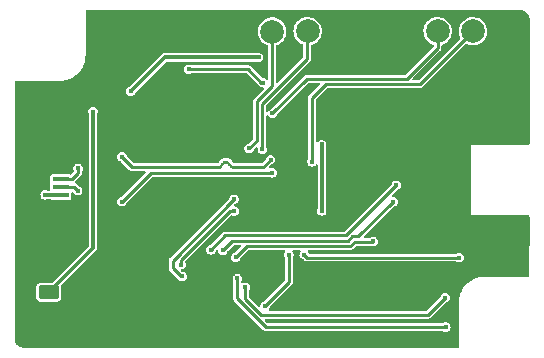
<source format=gbr>
G04 #@! TF.GenerationSoftware,KiCad,Pcbnew,6.0.11-2627ca5db0~126~ubuntu22.04.1*
G04 #@! TF.CreationDate,2023-11-29T16:22:24+00:00*
G04 #@! TF.ProjectId,GeoLoc,47656f4c-6f63-42e6-9b69-6361645f7063,rev?*
G04 #@! TF.SameCoordinates,PX44794c0PY22243c0*
G04 #@! TF.FileFunction,Copper,L2,Bot*
G04 #@! TF.FilePolarity,Positive*
%FSLAX45Y45*%
G04 Gerber Fmt 4.5, Leading zero omitted, Abs format (unit mm)*
G04 Created by KiCad (PCBNEW 6.0.11-2627ca5db0~126~ubuntu22.04.1) date 2023-11-29 16:22:24*
%MOMM*%
%LPD*%
G01*
G04 APERTURE LIST*
G04 Aperture macros list*
%AMRoundRect*
0 Rectangle with rounded corners*
0 $1 Rounding radius*
0 $2 $3 $4 $5 $6 $7 $8 $9 X,Y pos of 4 corners*
0 Add a 4 corners polygon primitive as box body*
4,1,4,$2,$3,$4,$5,$6,$7,$8,$9,$2,$3,0*
0 Add four circle primitives for the rounded corners*
1,1,$1+$1,$2,$3*
1,1,$1+$1,$4,$5*
1,1,$1+$1,$6,$7*
1,1,$1+$1,$8,$9*
0 Add four rect primitives between the rounded corners*
20,1,$1+$1,$2,$3,$4,$5,0*
20,1,$1+$1,$4,$5,$6,$7,0*
20,1,$1+$1,$6,$7,$8,$9,0*
20,1,$1+$1,$8,$9,$2,$3,0*%
G04 Aperture macros list end*
G04 #@! TA.AperFunction,ComponentPad*
%ADD10RoundRect,0.250000X0.625000X-0.350000X0.625000X0.350000X-0.625000X0.350000X-0.625000X-0.350000X0*%
G04 #@! TD*
G04 #@! TA.AperFunction,ComponentPad*
%ADD11O,1.750000X1.200000*%
G04 #@! TD*
G04 #@! TA.AperFunction,ComponentPad*
%ADD12C,4.400000*%
G04 #@! TD*
G04 #@! TA.AperFunction,SMDPad,CuDef*
%ADD13R,1.380000X0.450000*%
G04 #@! TD*
G04 #@! TA.AperFunction,SMDPad,CuDef*
%ADD14R,0.900000X1.800000*%
G04 #@! TD*
G04 #@! TA.AperFunction,SMDPad,CuDef*
%ADD15R,1.300000X1.650000*%
G04 #@! TD*
G04 #@! TA.AperFunction,SMDPad,CuDef*
%ADD16R,1.550000X1.425000*%
G04 #@! TD*
G04 #@! TA.AperFunction,SMDPad,CuDef*
%ADD17R,0.900000X1.750000*%
G04 #@! TD*
G04 #@! TA.AperFunction,SMDPad,CuDef*
%ADD18C,2.000000*%
G04 #@! TD*
G04 #@! TA.AperFunction,ViaPad*
%ADD19C,0.400000*%
G04 #@! TD*
G04 #@! TA.AperFunction,Conductor*
%ADD20C,0.250000*%
G04 #@! TD*
G04 #@! TA.AperFunction,Conductor*
%ADD21C,0.300000*%
G04 #@! TD*
G04 APERTURE END LIST*
D10*
X307000Y-2410000D03*
D11*
X307000Y-2210000D03*
D12*
X1200000Y-2625000D03*
X3200000Y-275000D03*
D13*
X410000Y-1585000D03*
X410000Y-1520000D03*
X410000Y-1455000D03*
X410000Y-1390000D03*
X410000Y-1325000D03*
D14*
X94000Y-1570000D03*
D15*
X144000Y-1117500D03*
X144000Y-1792500D03*
D16*
X401500Y-1703750D03*
D17*
X94000Y-1342500D03*
D16*
X401500Y-1206250D03*
D18*
X4200000Y-200000D03*
X3900000Y-200000D03*
X3600000Y-200000D03*
X2500000Y-200000D03*
X2200000Y-204000D03*
D19*
X2900000Y-300000D03*
X2700000Y-300000D03*
X2700000Y-100000D03*
X800000Y-1800000D03*
X800000Y-2200000D03*
X800000Y-2000000D03*
X800000Y-2800000D03*
X800000Y-2400000D03*
X800000Y-2600000D03*
X3600000Y-2300000D03*
X3800000Y-2300000D03*
X3669000Y-2705000D03*
X3664000Y-2456000D03*
X1905304Y-2293388D03*
X1973100Y-2366830D03*
X67000Y-977000D03*
X78000Y-1941000D03*
X356000Y-699000D03*
X635000Y-553000D03*
X1141000Y-234000D03*
X992000Y-234000D03*
X1003000Y-709000D03*
X683000Y-881000D03*
X278000Y-1585000D03*
X928000Y-1263000D03*
X2726000Y-1833000D03*
X2322000Y-1845000D03*
X1536000Y-1052000D03*
X2325000Y-1053000D03*
X1533000Y-1844000D03*
X1741000Y-1511000D03*
X2779000Y-1310000D03*
X2779000Y-1510000D03*
X4100000Y-600000D03*
X4100000Y-400000D03*
X4300000Y-400000D03*
X4300000Y-600000D03*
X2900000Y-100000D03*
X2404305Y-2800000D03*
X2900000Y-2800000D03*
X1600000Y-2800000D03*
X2000000Y-2800000D03*
X2210604Y-2800000D03*
X1800000Y-2800000D03*
X3800000Y-1450000D03*
X3600000Y-1250000D03*
X3600000Y-1650000D03*
X3600000Y-1450000D03*
X3400000Y-1450000D03*
X3800000Y-1250000D03*
X3800000Y-1650000D03*
X3400000Y-1650000D03*
X3400000Y-1250000D03*
X2027000Y-1510000D03*
X1782000Y-1233000D03*
X3046000Y-1031000D03*
X2471000Y-2091350D03*
X3783000Y-2117000D03*
X2537000Y-1307000D03*
X2202000Y-897000D03*
X2138000Y-2530000D03*
X2341000Y-2091350D03*
X1430000Y-2176000D03*
X1879000Y-1724000D03*
X1437269Y-2275686D03*
X1876000Y-1624000D03*
X1891650Y-2115039D03*
X3057000Y-1980000D03*
X1681631Y-2051531D03*
X3250000Y-1504000D03*
X1781550Y-2054030D03*
X3223000Y-1645000D03*
X2619000Y-1722000D03*
X2619000Y-1159000D03*
X2116000Y-1201000D03*
X2004000Y-1193000D03*
X2121176Y-635364D03*
X1495000Y-521000D03*
X2085000Y-423000D03*
X552998Y-1550002D03*
X556000Y-1362000D03*
X927750Y-1642750D03*
X2199000Y-1399000D03*
X2186000Y-1287000D03*
D20*
X2199000Y-1399000D02*
X1171500Y-1399000D01*
X1171500Y-1399000D02*
X927750Y-1642750D01*
X1777320Y-1328684D02*
G75*
G02*
X1756000Y-1350000I-21320J4D01*
G01*
X1798632Y-1307366D02*
G75*
G03*
X1777316Y-1328684I-2J-21314D01*
G01*
X1015000Y-1350000D02*
X1756000Y-1350000D01*
X1837312Y-1328684D02*
G75*
G03*
X1816000Y-1307368I-21312J4D01*
G01*
X1858632Y-1349994D02*
G75*
G02*
X1837316Y-1328684I-2J21314D01*
G01*
X1837316Y-1328684D02*
X1837316Y-1328684D01*
X928000Y-1263000D02*
X1015000Y-1350000D01*
X1777316Y-1328684D02*
X1777316Y-1328684D01*
X1798632Y-1307368D02*
X1816000Y-1307368D01*
X1858632Y-1350000D02*
X1876000Y-1350000D01*
X1876000Y-1350000D02*
X2123000Y-1350000D01*
X2123000Y-1350000D02*
X2186000Y-1287000D01*
X2496000Y-603000D02*
X2202000Y-897000D01*
X3338421Y-603000D02*
X2496000Y-603000D01*
X3600000Y-341421D02*
X3338421Y-603000D01*
X3600000Y-200000D02*
X3600000Y-341421D01*
X3517550Y-2602450D02*
X3664000Y-2456000D01*
X2107990Y-2602450D02*
X3517550Y-2602450D01*
X1973100Y-2366830D02*
X1973100Y-2467560D01*
X1973100Y-2467560D02*
X2107990Y-2602450D01*
X1900650Y-2458679D02*
X2146971Y-2705000D01*
X2146971Y-2705000D02*
X3669000Y-2705000D01*
X1905304Y-2293388D02*
X1900650Y-2298042D01*
X1900650Y-2298042D02*
X1900650Y-2458679D01*
X2341000Y-2091350D02*
X2341000Y-2327000D01*
X2341000Y-2327000D02*
X2138000Y-2530000D01*
X3250000Y-1504000D02*
X2825000Y-1929000D01*
X1681631Y-2051489D02*
X1681631Y-2051531D01*
X2898238Y-1982900D02*
X2862238Y-2018900D01*
X2862238Y-2018900D02*
X1987789Y-2018900D01*
X1987789Y-2018900D02*
X1891650Y-2115039D01*
X1804120Y-1929000D02*
X1681631Y-2051489D01*
X2825000Y-1929000D02*
X1804120Y-1929000D01*
X1861630Y-1973950D02*
X1781550Y-2054030D01*
X3223000Y-1645000D02*
X2930050Y-1937950D01*
X3057000Y-1980000D02*
X3054100Y-1982900D01*
X3054100Y-1982900D02*
X2898238Y-1982900D01*
X2879619Y-1937950D02*
X2843619Y-1973950D01*
X2930050Y-1937950D02*
X2879619Y-1937950D01*
X2843619Y-1973950D02*
X1861630Y-1973950D01*
X1357550Y-2206010D02*
X1357550Y-2142450D01*
X1357550Y-2142450D02*
X1876000Y-1624000D01*
X1427226Y-2275686D02*
X1357550Y-2206010D01*
X1437269Y-2275686D02*
X1427226Y-2275686D01*
X1839569Y-1724000D02*
X1879000Y-1724000D01*
X1430000Y-2133569D02*
X1839569Y-1724000D01*
X1430000Y-2176000D02*
X1430000Y-2133569D01*
D21*
X683000Y-2034000D02*
X683000Y-881000D01*
X307000Y-2410000D02*
X683000Y-2034000D01*
X1003000Y-709000D02*
X1289000Y-423000D01*
X1289000Y-423000D02*
X2085000Y-423000D01*
D20*
X2652050Y-647950D02*
X3452050Y-647950D01*
X2537000Y-763000D02*
X2652050Y-647950D01*
X2537000Y-1307000D02*
X2537000Y-763000D01*
X3452050Y-647950D02*
X3900000Y-200000D01*
X2200000Y-666431D02*
X2200000Y-204000D01*
X2071050Y-795381D02*
X2200000Y-666431D01*
X2071050Y-1125950D02*
X2071050Y-795381D01*
X2004000Y-1193000D02*
X2071050Y-1125950D01*
X2116000Y-1201000D02*
X2116000Y-814000D01*
X2116000Y-814000D02*
X2497000Y-433000D01*
X2497000Y-433000D02*
X2497000Y-200000D01*
X1495000Y-521000D02*
X1993256Y-521000D01*
X2107620Y-635364D02*
X2121176Y-635364D01*
X1993256Y-521000D02*
X2107620Y-635364D01*
X522995Y-1520000D02*
X552998Y-1550002D01*
X410250Y-1520000D02*
X522995Y-1520000D01*
D21*
X410000Y-1585000D02*
X278000Y-1585000D01*
D20*
X556000Y-1400500D02*
X556000Y-1362000D01*
X501500Y-1455000D02*
X556000Y-1400500D01*
X410250Y-1455000D02*
X501500Y-1455000D01*
X3783000Y-2117000D02*
X2496650Y-2117000D01*
X2496650Y-2117000D02*
X2471000Y-2091350D01*
D21*
X2621950Y-1161950D02*
X2619000Y-1159000D01*
X2621950Y-1719050D02*
X2621950Y-1161950D01*
X2619000Y-1722000D02*
X2621950Y-1719050D01*
G04 #@! TA.AperFunction,Conductor*
G36*
X4298849Y-20289D02*
G01*
X4300084Y-20566D01*
X4301170Y-20313D01*
X4302285Y-20309D01*
X4302285Y-20412D01*
X4303274Y-20345D01*
X4314747Y-21415D01*
X4316665Y-21788D01*
X4329799Y-25720D01*
X4331607Y-26463D01*
X4338166Y-29950D01*
X4343713Y-32900D01*
X4345340Y-33983D01*
X4355944Y-42673D01*
X4357327Y-44056D01*
X4366017Y-54660D01*
X4367101Y-56287D01*
X4373537Y-68393D01*
X4374280Y-70201D01*
X4378212Y-83335D01*
X4378585Y-85253D01*
X4379642Y-96576D01*
X4379656Y-96735D01*
X4379699Y-97730D01*
X4379691Y-98759D01*
X4379435Y-99844D01*
X4379675Y-100932D01*
X4379675Y-100933D01*
X4379716Y-101118D01*
X4379947Y-103256D01*
X4378994Y-1150282D01*
X4377098Y-1156100D01*
X4372145Y-1159692D01*
X4368000Y-1160016D01*
X4368000Y-1160000D01*
X3881000Y-1160000D01*
X3881000Y-1760000D01*
X4368000Y-1760000D01*
X4368000Y-1760312D01*
X4371591Y-1760312D01*
X4376540Y-1763909D01*
X4378431Y-1769737D01*
X4377977Y-2268059D01*
X4376081Y-2273876D01*
X4371128Y-2277468D01*
X4368077Y-2277950D01*
X4006580Y-2277950D01*
X4004248Y-2277671D01*
X4003277Y-2277436D01*
X4003206Y-2277435D01*
X4002680Y-2277550D01*
X4002278Y-2277581D01*
X3976193Y-2278922D01*
X3949554Y-2283608D01*
X3949265Y-2283697D01*
X3949264Y-2283697D01*
X3932223Y-2288910D01*
X3923690Y-2291521D01*
X3923413Y-2291644D01*
X3923413Y-2291644D01*
X3899267Y-2302416D01*
X3898989Y-2302540D01*
X3890030Y-2307940D01*
X3879358Y-2314372D01*
X3875824Y-2316502D01*
X3874906Y-2317222D01*
X3856726Y-2331482D01*
X3854542Y-2333195D01*
X3835465Y-2352368D01*
X3818878Y-2373733D01*
X3805033Y-2396968D01*
X3794137Y-2421723D01*
X3793529Y-2423746D01*
X3787084Y-2445196D01*
X3786353Y-2447627D01*
X3786302Y-2447927D01*
X3786302Y-2447927D01*
X3785247Y-2454106D01*
X3781801Y-2474288D01*
X3781787Y-2474591D01*
X3781787Y-2474592D01*
X3780595Y-2500264D01*
X3780563Y-2500706D01*
X3780448Y-2501237D01*
X3780449Y-2501308D01*
X3780581Y-2501850D01*
X3780581Y-2501851D01*
X3780659Y-2502168D01*
X3780941Y-2504540D01*
X3780032Y-2867100D01*
X3780025Y-2870075D01*
X3778120Y-2875889D01*
X3773161Y-2879473D01*
X3770125Y-2879950D01*
X103314Y-2879950D01*
X101151Y-2879711D01*
X101126Y-2879705D01*
X99916Y-2879434D01*
X98830Y-2879687D01*
X97715Y-2879691D01*
X97715Y-2879588D01*
X96726Y-2879655D01*
X85253Y-2878585D01*
X83335Y-2878212D01*
X70201Y-2874280D01*
X68393Y-2873537D01*
X56287Y-2867100D01*
X54660Y-2866017D01*
X44056Y-2857327D01*
X42673Y-2855944D01*
X33983Y-2845340D01*
X32900Y-2843713D01*
X26463Y-2831607D01*
X25720Y-2829799D01*
X21788Y-2816665D01*
X21415Y-2814746D01*
X20344Y-2803265D01*
X20301Y-2802270D01*
X20309Y-2801241D01*
X20565Y-2800156D01*
X20325Y-2799067D01*
X20325Y-2799067D01*
X20282Y-2798868D01*
X20050Y-2796740D01*
X20050Y-2450383D01*
X199450Y-2450383D01*
X199472Y-2450614D01*
X199472Y-2450615D01*
X199654Y-2452546D01*
X199748Y-2453537D01*
X204237Y-2466318D01*
X204676Y-2466914D01*
X204676Y-2466914D01*
X211845Y-2476619D01*
X212285Y-2477215D01*
X223182Y-2485263D01*
X235963Y-2489752D01*
X236564Y-2489809D01*
X236564Y-2489809D01*
X238885Y-2490028D01*
X238886Y-2490028D01*
X239117Y-2490050D01*
X374883Y-2490050D01*
X375113Y-2490028D01*
X375114Y-2490028D01*
X377436Y-2489809D01*
X377436Y-2489809D01*
X378037Y-2489752D01*
X390818Y-2485263D01*
X401715Y-2477215D01*
X402155Y-2476619D01*
X409324Y-2466914D01*
X409324Y-2466914D01*
X409763Y-2466318D01*
X414252Y-2453537D01*
X414346Y-2452546D01*
X414528Y-2450615D01*
X414528Y-2450614D01*
X414550Y-2450383D01*
X414550Y-2369617D01*
X414252Y-2366463D01*
X412639Y-2361870D01*
X412495Y-2355753D01*
X414979Y-2351589D01*
X557678Y-2208891D01*
X1324624Y-2208891D01*
X1324848Y-2209727D01*
X1325630Y-2212645D01*
X1325817Y-2213488D01*
X1326491Y-2217314D01*
X1326924Y-2218064D01*
X1327124Y-2218613D01*
X1327370Y-2219141D01*
X1327595Y-2219978D01*
X1329220Y-2222299D01*
X1329823Y-2223161D01*
X1330287Y-2223889D01*
X1332231Y-2227255D01*
X1333616Y-2228418D01*
X1335207Y-2229753D01*
X1335844Y-2230336D01*
X1402899Y-2297391D01*
X1403482Y-2298028D01*
X1403619Y-2298191D01*
X1404045Y-2298737D01*
X1404110Y-2298825D01*
X1404464Y-2299520D01*
X1413434Y-2308491D01*
X1414128Y-2308844D01*
X1414128Y-2308844D01*
X1423300Y-2313517D01*
X1424738Y-2314250D01*
X1425508Y-2314372D01*
X1425508Y-2314372D01*
X1436499Y-2316113D01*
X1437269Y-2316235D01*
X1438038Y-2316113D01*
X1449030Y-2314372D01*
X1449030Y-2314372D01*
X1449799Y-2314250D01*
X1451237Y-2313517D01*
X1460409Y-2308844D01*
X1460409Y-2308844D01*
X1461103Y-2308491D01*
X1470074Y-2299520D01*
X1470492Y-2298699D01*
X1475480Y-2288910D01*
X1475480Y-2288910D01*
X1475833Y-2288216D01*
X1477818Y-2275686D01*
X1475833Y-2263155D01*
X1474803Y-2261134D01*
X1470427Y-2252545D01*
X1470427Y-2252545D01*
X1470074Y-2251851D01*
X1461103Y-2242881D01*
X1460409Y-2242527D01*
X1460409Y-2242527D01*
X1450493Y-2237475D01*
X1450493Y-2237475D01*
X1449799Y-2237121D01*
X1449030Y-2236999D01*
X1449030Y-2236999D01*
X1438038Y-2235258D01*
X1437269Y-2235136D01*
X1437270Y-2235129D01*
X1431848Y-2233368D01*
X1428251Y-2228418D01*
X1428251Y-2222299D01*
X1431848Y-2217349D01*
X1436118Y-2215580D01*
X1441761Y-2214687D01*
X1441761Y-2214687D01*
X1442530Y-2214565D01*
X1443224Y-2214211D01*
X1453140Y-2209159D01*
X1453140Y-2209159D01*
X1453834Y-2208805D01*
X1462805Y-2199834D01*
X1468565Y-2188530D01*
X1470549Y-2176000D01*
X1468565Y-2163470D01*
X1468211Y-2162776D01*
X1468211Y-2162775D01*
X1464599Y-2155687D01*
X1464258Y-2155018D01*
X1463301Y-2148975D01*
X1466079Y-2143523D01*
X1558071Y-2051531D01*
X1641082Y-2051531D01*
X1641204Y-2052301D01*
X1642768Y-2062174D01*
X1643066Y-2064061D01*
X1643420Y-2064755D01*
X1643420Y-2064755D01*
X1644827Y-2067516D01*
X1648826Y-2075365D01*
X1657797Y-2084336D01*
X1658490Y-2084689D01*
X1658491Y-2084689D01*
X1661621Y-2086284D01*
X1669101Y-2090095D01*
X1669870Y-2090217D01*
X1669870Y-2090217D01*
X1680861Y-2091958D01*
X1681631Y-2092080D01*
X1682401Y-2091958D01*
X1693392Y-2090217D01*
X1693392Y-2090217D01*
X1694161Y-2090095D01*
X1701641Y-2086284D01*
X1704771Y-2084689D01*
X1704771Y-2084689D01*
X1705465Y-2084336D01*
X1714436Y-2075365D01*
X1720196Y-2064061D01*
X1720653Y-2061174D01*
X1723431Y-2055722D01*
X1725091Y-2054062D01*
X1730542Y-2051284D01*
X1736586Y-2052241D01*
X1740912Y-2056568D01*
X1741869Y-2059514D01*
X1742645Y-2064409D01*
X1742985Y-2066560D01*
X1743339Y-2067254D01*
X1743339Y-2067254D01*
X1748037Y-2076475D01*
X1748745Y-2077864D01*
X1757716Y-2086835D01*
X1758409Y-2087188D01*
X1758410Y-2087188D01*
X1766577Y-2091350D01*
X1769020Y-2092594D01*
X1769789Y-2092716D01*
X1769789Y-2092716D01*
X1780780Y-2094457D01*
X1781550Y-2094579D01*
X1782320Y-2094457D01*
X1793311Y-2092716D01*
X1793311Y-2092716D01*
X1794080Y-2092594D01*
X1796522Y-2091350D01*
X1804690Y-2087188D01*
X1804690Y-2087188D01*
X1805384Y-2086835D01*
X1814355Y-2077864D01*
X1815063Y-2076475D01*
X1819761Y-2067254D01*
X1819761Y-2067254D01*
X1820115Y-2066560D01*
X1820564Y-2063722D01*
X1823342Y-2058271D01*
X1872213Y-2009400D01*
X1877665Y-2006622D01*
X1879213Y-2006500D01*
X1930255Y-2006500D01*
X1936075Y-2008391D01*
X1939671Y-2013341D01*
X1939671Y-2019459D01*
X1937256Y-2023400D01*
X1887409Y-2073247D01*
X1881957Y-2076025D01*
X1879889Y-2076353D01*
X1879889Y-2076353D01*
X1879119Y-2076475D01*
X1878425Y-2076828D01*
X1878425Y-2076828D01*
X1868509Y-2081881D01*
X1868509Y-2081881D01*
X1867816Y-2082234D01*
X1858845Y-2091205D01*
X1858491Y-2091899D01*
X1858491Y-2091899D01*
X1853439Y-2101815D01*
X1853085Y-2102509D01*
X1852963Y-2103278D01*
X1852963Y-2103278D01*
X1851222Y-2114270D01*
X1851101Y-2115039D01*
X1851222Y-2115809D01*
X1852077Y-2121205D01*
X1853085Y-2127570D01*
X1853439Y-2128264D01*
X1853439Y-2128264D01*
X1857286Y-2135815D01*
X1858845Y-2138874D01*
X1867816Y-2147844D01*
X1868509Y-2148198D01*
X1868509Y-2148198D01*
X1878425Y-2153250D01*
X1879119Y-2153604D01*
X1879889Y-2153726D01*
X1879889Y-2153726D01*
X1890880Y-2155467D01*
X1891650Y-2155589D01*
X1892419Y-2155467D01*
X1903411Y-2153726D01*
X1903411Y-2153726D01*
X1904180Y-2153604D01*
X1904874Y-2153250D01*
X1914790Y-2148198D01*
X1914790Y-2148198D01*
X1915484Y-2147844D01*
X1924455Y-2138874D01*
X1926013Y-2135815D01*
X1929861Y-2128264D01*
X1929861Y-2128264D01*
X1930214Y-2127570D01*
X1930664Y-2124732D01*
X1933442Y-2119280D01*
X1998372Y-2054350D01*
X2003824Y-2051572D01*
X2005372Y-2051450D01*
X2300588Y-2051450D01*
X2306407Y-2053341D01*
X2310004Y-2058291D01*
X2310004Y-2064409D01*
X2308656Y-2067055D01*
X2308195Y-2067516D01*
X2307841Y-2068210D01*
X2302922Y-2077864D01*
X2302435Y-2078820D01*
X2302314Y-2079589D01*
X2302314Y-2079589D01*
X2301166Y-2086835D01*
X2300451Y-2091350D01*
X2300573Y-2092120D01*
X2300651Y-2092615D01*
X2302435Y-2103881D01*
X2302789Y-2104575D01*
X2302789Y-2104575D01*
X2307371Y-2113567D01*
X2308450Y-2118062D01*
X2308450Y-2309417D01*
X2306559Y-2315236D01*
X2305550Y-2316417D01*
X2133759Y-2488208D01*
X2128308Y-2490986D01*
X2126239Y-2491314D01*
X2126239Y-2491314D01*
X2125470Y-2491435D01*
X2124776Y-2491789D01*
X2124776Y-2491789D01*
X2114860Y-2496841D01*
X2114860Y-2496842D01*
X2114166Y-2497195D01*
X2105195Y-2506166D01*
X2099435Y-2517470D01*
X2099314Y-2518239D01*
X2099314Y-2518239D01*
X2098319Y-2524516D01*
X2095541Y-2529968D01*
X2090090Y-2532746D01*
X2084047Y-2531789D01*
X2081541Y-2529968D01*
X2008550Y-2456977D01*
X2005772Y-2451525D01*
X2005650Y-2449976D01*
X2005650Y-2393542D01*
X2006729Y-2389047D01*
X2011311Y-2380055D01*
X2011311Y-2380055D01*
X2011665Y-2379361D01*
X2012556Y-2373733D01*
X2013527Y-2367600D01*
X2013649Y-2366830D01*
X2013501Y-2365894D01*
X2011786Y-2355069D01*
X2011786Y-2355069D01*
X2011665Y-2354300D01*
X2010802Y-2352608D01*
X2006259Y-2343690D01*
X2006258Y-2343690D01*
X2005905Y-2342996D01*
X1996934Y-2334025D01*
X1996240Y-2333672D01*
X1996240Y-2333672D01*
X1986324Y-2328619D01*
X1986324Y-2328619D01*
X1985630Y-2328266D01*
X1984861Y-2328144D01*
X1984861Y-2328144D01*
X1973870Y-2326403D01*
X1973100Y-2326281D01*
X1972330Y-2326403D01*
X1961339Y-2328144D01*
X1961339Y-2328144D01*
X1960570Y-2328266D01*
X1949266Y-2334025D01*
X1948836Y-2334455D01*
X1943100Y-2336319D01*
X1937281Y-2334428D01*
X1933684Y-2329478D01*
X1933200Y-2326419D01*
X1933200Y-2326232D01*
X1935091Y-2320413D01*
X1936100Y-2319232D01*
X1938109Y-2317222D01*
X1938520Y-2316417D01*
X1943515Y-2306612D01*
X1943515Y-2306612D01*
X1943869Y-2305918D01*
X1944396Y-2302591D01*
X1945732Y-2294158D01*
X1945853Y-2293388D01*
X1944319Y-2283697D01*
X1943991Y-2281627D01*
X1943991Y-2281627D01*
X1943869Y-2280858D01*
X1942875Y-2278906D01*
X1938463Y-2270248D01*
X1938463Y-2270247D01*
X1938109Y-2269554D01*
X1929138Y-2260583D01*
X1928445Y-2260229D01*
X1928445Y-2260229D01*
X1918529Y-2255177D01*
X1918529Y-2255177D01*
X1917835Y-2254823D01*
X1917065Y-2254701D01*
X1917065Y-2254701D01*
X1906074Y-2252961D01*
X1905304Y-2252839D01*
X1904535Y-2252961D01*
X1893543Y-2254701D01*
X1893543Y-2254701D01*
X1892774Y-2254823D01*
X1892080Y-2255177D01*
X1892080Y-2255177D01*
X1882164Y-2260229D01*
X1882164Y-2260229D01*
X1881470Y-2260583D01*
X1872499Y-2269554D01*
X1872146Y-2270247D01*
X1872146Y-2270248D01*
X1867734Y-2278906D01*
X1866740Y-2280858D01*
X1866618Y-2281627D01*
X1866618Y-2281627D01*
X1866290Y-2283697D01*
X1864755Y-2293388D01*
X1864877Y-2294158D01*
X1866213Y-2302591D01*
X1866740Y-2305918D01*
X1867093Y-2306612D01*
X1867334Y-2307354D01*
X1867240Y-2307384D01*
X1868100Y-2310965D01*
X1868100Y-2456825D01*
X1868062Y-2457688D01*
X1867724Y-2461560D01*
X1867948Y-2462396D01*
X1868730Y-2465314D01*
X1868917Y-2466157D01*
X1869199Y-2467761D01*
X1869591Y-2469983D01*
X1870024Y-2470733D01*
X1870224Y-2471282D01*
X1870470Y-2471810D01*
X1870695Y-2472647D01*
X1872751Y-2475584D01*
X1872923Y-2475830D01*
X1873387Y-2476558D01*
X1875331Y-2479924D01*
X1878307Y-2482422D01*
X1878944Y-2483005D01*
X2122644Y-2726706D01*
X2123228Y-2727342D01*
X2125726Y-2730319D01*
X2129092Y-2732263D01*
X2129820Y-2732727D01*
X2133003Y-2734955D01*
X2133840Y-2735180D01*
X2134368Y-2735426D01*
X2134917Y-2735626D01*
X2135667Y-2736059D01*
X2136519Y-2736209D01*
X2136520Y-2736209D01*
X2139493Y-2736733D01*
X2140336Y-2736920D01*
X2144091Y-2737926D01*
X2147962Y-2737588D01*
X2148825Y-2737550D01*
X3642288Y-2737550D01*
X3646783Y-2738629D01*
X3656470Y-2743565D01*
X3657239Y-2743687D01*
X3657239Y-2743687D01*
X3668230Y-2745427D01*
X3669000Y-2745549D01*
X3669770Y-2745427D01*
X3680761Y-2743687D01*
X3680761Y-2743687D01*
X3681530Y-2743565D01*
X3682224Y-2743211D01*
X3692140Y-2738159D01*
X3692140Y-2738159D01*
X3692834Y-2737805D01*
X3701805Y-2728834D01*
X3702890Y-2726706D01*
X3707211Y-2718224D01*
X3707211Y-2718224D01*
X3707565Y-2717530D01*
X3709549Y-2705000D01*
X3707565Y-2692470D01*
X3701805Y-2681166D01*
X3692834Y-2672195D01*
X3692140Y-2671842D01*
X3692140Y-2671841D01*
X3682224Y-2666789D01*
X3682224Y-2666789D01*
X3681530Y-2666435D01*
X3680761Y-2666314D01*
X3680761Y-2666314D01*
X3669770Y-2664573D01*
X3669000Y-2664451D01*
X3668230Y-2664573D01*
X3657239Y-2666314D01*
X3657239Y-2666314D01*
X3656470Y-2666435D01*
X3655776Y-2666789D01*
X3655776Y-2666789D01*
X3646783Y-2671371D01*
X3642288Y-2672450D01*
X2164555Y-2672450D01*
X2158736Y-2670559D01*
X2157554Y-2669550D01*
X2139904Y-2651900D01*
X2137127Y-2646449D01*
X2138084Y-2640406D01*
X2142410Y-2636079D01*
X2146905Y-2635000D01*
X3515697Y-2635000D01*
X3516559Y-2635038D01*
X3520431Y-2635376D01*
X3524185Y-2634370D01*
X3525028Y-2634183D01*
X3528002Y-2633659D01*
X3528002Y-2633659D01*
X3528854Y-2633509D01*
X3529604Y-2633076D01*
X3530153Y-2632876D01*
X3530682Y-2632630D01*
X3531518Y-2632405D01*
X3534701Y-2630177D01*
X3535429Y-2629713D01*
X3538795Y-2627769D01*
X3541293Y-2624793D01*
X3541876Y-2624156D01*
X3668241Y-2497792D01*
X3673692Y-2495014D01*
X3675761Y-2494687D01*
X3675761Y-2494686D01*
X3676530Y-2494565D01*
X3682672Y-2491435D01*
X3687140Y-2489159D01*
X3687140Y-2489159D01*
X3687834Y-2488805D01*
X3696805Y-2479834D01*
X3698342Y-2476817D01*
X3702211Y-2469224D01*
X3702211Y-2469224D01*
X3702565Y-2468530D01*
X3702915Y-2466318D01*
X3704427Y-2456770D01*
X3704549Y-2456000D01*
X3703270Y-2447927D01*
X3702686Y-2444239D01*
X3702686Y-2444239D01*
X3702565Y-2443470D01*
X3696805Y-2432166D01*
X3687834Y-2423195D01*
X3687140Y-2422842D01*
X3687140Y-2422841D01*
X3677224Y-2417789D01*
X3677224Y-2417789D01*
X3676530Y-2417435D01*
X3675761Y-2417314D01*
X3675761Y-2417314D01*
X3664770Y-2415573D01*
X3664000Y-2415451D01*
X3663230Y-2415573D01*
X3652239Y-2417314D01*
X3652239Y-2417314D01*
X3651470Y-2417435D01*
X3650776Y-2417789D01*
X3650776Y-2417789D01*
X3640860Y-2422841D01*
X3640859Y-2422842D01*
X3640166Y-2423195D01*
X3631195Y-2432166D01*
X3625435Y-2443470D01*
X3625314Y-2444239D01*
X3625313Y-2444239D01*
X3624986Y-2446308D01*
X3622208Y-2451759D01*
X3506967Y-2567000D01*
X3501515Y-2569778D01*
X3499967Y-2569900D01*
X2178412Y-2569900D01*
X2172593Y-2568009D01*
X2168996Y-2563059D01*
X2168996Y-2556941D01*
X2170345Y-2554295D01*
X2170805Y-2553834D01*
X2176565Y-2542530D01*
X2177014Y-2539692D01*
X2179792Y-2534241D01*
X2362706Y-2351327D01*
X2363343Y-2350743D01*
X2366319Y-2348246D01*
X2368263Y-2344879D01*
X2368727Y-2344151D01*
X2369266Y-2343381D01*
X2370955Y-2340968D01*
X2371180Y-2340132D01*
X2371426Y-2339604D01*
X2371626Y-2339055D01*
X2372059Y-2338305D01*
X2372734Y-2334478D01*
X2372921Y-2333635D01*
X2373702Y-2330717D01*
X2373926Y-2329881D01*
X2373588Y-2326009D01*
X2373550Y-2325146D01*
X2373550Y-2118062D01*
X2374629Y-2113567D01*
X2379211Y-2104575D01*
X2379211Y-2104575D01*
X2379565Y-2103881D01*
X2381349Y-2092615D01*
X2381427Y-2092120D01*
X2381549Y-2091350D01*
X2380834Y-2086835D01*
X2379687Y-2079589D01*
X2379687Y-2079589D01*
X2379565Y-2078820D01*
X2379078Y-2077864D01*
X2374159Y-2068210D01*
X2373805Y-2067516D01*
X2373376Y-2067087D01*
X2371512Y-2061350D01*
X2373403Y-2055531D01*
X2378353Y-2051935D01*
X2381412Y-2051450D01*
X2430588Y-2051450D01*
X2436407Y-2053341D01*
X2440004Y-2058291D01*
X2440004Y-2064409D01*
X2438656Y-2067055D01*
X2438195Y-2067516D01*
X2437841Y-2068210D01*
X2432922Y-2077864D01*
X2432435Y-2078820D01*
X2432314Y-2079589D01*
X2432314Y-2079589D01*
X2431166Y-2086835D01*
X2430451Y-2091350D01*
X2430573Y-2092120D01*
X2430651Y-2092615D01*
X2432435Y-2103881D01*
X2432789Y-2104575D01*
X2432789Y-2104575D01*
X2437729Y-2114270D01*
X2438195Y-2115184D01*
X2447166Y-2124155D01*
X2447860Y-2124509D01*
X2447860Y-2124509D01*
X2457715Y-2129530D01*
X2458470Y-2129915D01*
X2459239Y-2130037D01*
X2459239Y-2130037D01*
X2461308Y-2130364D01*
X2466759Y-2133142D01*
X2472323Y-2138706D01*
X2472906Y-2139342D01*
X2475404Y-2142319D01*
X2477489Y-2143523D01*
X2478770Y-2144263D01*
X2479499Y-2144727D01*
X2482681Y-2146955D01*
X2483518Y-2147180D01*
X2484047Y-2147426D01*
X2484595Y-2147626D01*
X2485345Y-2148059D01*
X2486198Y-2148209D01*
X2486198Y-2148209D01*
X2489171Y-2148733D01*
X2490015Y-2148920D01*
X2493769Y-2149926D01*
X2494632Y-2149851D01*
X2495157Y-2149805D01*
X2497640Y-2149588D01*
X2498503Y-2149550D01*
X3756288Y-2149550D01*
X3760783Y-2150629D01*
X3763799Y-2152166D01*
X3765928Y-2153250D01*
X3770470Y-2155565D01*
X3771239Y-2155687D01*
X3771239Y-2155687D01*
X3782230Y-2157427D01*
X3783000Y-2157549D01*
X3783770Y-2157427D01*
X3794761Y-2155687D01*
X3794761Y-2155687D01*
X3795530Y-2155565D01*
X3796603Y-2155018D01*
X3806140Y-2150159D01*
X3806140Y-2150159D01*
X3806834Y-2149805D01*
X3815805Y-2140834D01*
X3816804Y-2138874D01*
X3821211Y-2130224D01*
X3821211Y-2130224D01*
X3821565Y-2129530D01*
X3821875Y-2127570D01*
X3823427Y-2117770D01*
X3823549Y-2117000D01*
X3823361Y-2115809D01*
X3821686Y-2105239D01*
X3821686Y-2105239D01*
X3821565Y-2104470D01*
X3820212Y-2101815D01*
X3816159Y-2093860D01*
X3816158Y-2093859D01*
X3815805Y-2093166D01*
X3806834Y-2084195D01*
X3806140Y-2083841D01*
X3806140Y-2083841D01*
X3796224Y-2078789D01*
X3796224Y-2078789D01*
X3795530Y-2078435D01*
X3794761Y-2078313D01*
X3794761Y-2078313D01*
X3783770Y-2076573D01*
X3783000Y-2076451D01*
X3782230Y-2076573D01*
X3771239Y-2078313D01*
X3771239Y-2078313D01*
X3770470Y-2078435D01*
X3769776Y-2078789D01*
X3769776Y-2078789D01*
X3764413Y-2081521D01*
X3763708Y-2081881D01*
X3760783Y-2083371D01*
X3756288Y-2084450D01*
X2518459Y-2084450D01*
X2512640Y-2082559D01*
X2509826Y-2078687D01*
X2509565Y-2078820D01*
X2504159Y-2068210D01*
X2503805Y-2067516D01*
X2503376Y-2067087D01*
X2501512Y-2061350D01*
X2503403Y-2055531D01*
X2508353Y-2051935D01*
X2511412Y-2051450D01*
X2860384Y-2051450D01*
X2861247Y-2051488D01*
X2865118Y-2051827D01*
X2866068Y-2051572D01*
X2868873Y-2050821D01*
X2869716Y-2050634D01*
X2869930Y-2050596D01*
X2870288Y-2050533D01*
X2872689Y-2050109D01*
X2872690Y-2050109D01*
X2873542Y-2049959D01*
X2874292Y-2049526D01*
X2874841Y-2049326D01*
X2875369Y-2049080D01*
X2876206Y-2048856D01*
X2879389Y-2046627D01*
X2880117Y-2046163D01*
X2883483Y-2044220D01*
X2885981Y-2041243D01*
X2886564Y-2040606D01*
X2908821Y-2018350D01*
X2914272Y-2015572D01*
X2915821Y-2015450D01*
X3035981Y-2015450D01*
X3040475Y-2016529D01*
X3044470Y-2018565D01*
X3045239Y-2018686D01*
X3045239Y-2018686D01*
X3056230Y-2020427D01*
X3057000Y-2020549D01*
X3057770Y-2020427D01*
X3068761Y-2018686D01*
X3068761Y-2018686D01*
X3069530Y-2018565D01*
X3075613Y-2015465D01*
X3080140Y-2013159D01*
X3080140Y-2013158D01*
X3080834Y-2012805D01*
X3089805Y-2003834D01*
X3095565Y-1992530D01*
X3097549Y-1980000D01*
X3095565Y-1967470D01*
X3089805Y-1956166D01*
X3080834Y-1947195D01*
X3080140Y-1946841D01*
X3080140Y-1946841D01*
X3070224Y-1941789D01*
X3070224Y-1941789D01*
X3069530Y-1941435D01*
X3068761Y-1941313D01*
X3068761Y-1941313D01*
X3057770Y-1939573D01*
X3057000Y-1939451D01*
X3056230Y-1939573D01*
X3045239Y-1941313D01*
X3045239Y-1941313D01*
X3044470Y-1941435D01*
X3043776Y-1941789D01*
X3043776Y-1941789D01*
X3033860Y-1946841D01*
X3033859Y-1946841D01*
X3033166Y-1947195D01*
X3032615Y-1947746D01*
X3031984Y-1948204D01*
X3031835Y-1947998D01*
X3027458Y-1950228D01*
X3025910Y-1950350D01*
X2987583Y-1950350D01*
X2981764Y-1948459D01*
X2978168Y-1943509D01*
X2978168Y-1937391D01*
X2980583Y-1933450D01*
X3227241Y-1686792D01*
X3232692Y-1684014D01*
X3234761Y-1683686D01*
X3234761Y-1683686D01*
X3235530Y-1683565D01*
X3239646Y-1681468D01*
X3246140Y-1678159D01*
X3246140Y-1678158D01*
X3246834Y-1677805D01*
X3255805Y-1668834D01*
X3256951Y-1666584D01*
X3261211Y-1658224D01*
X3261211Y-1658224D01*
X3261565Y-1657530D01*
X3261811Y-1655974D01*
X3263427Y-1645770D01*
X3263549Y-1645000D01*
X3263427Y-1644230D01*
X3261686Y-1633239D01*
X3261686Y-1633239D01*
X3261565Y-1632470D01*
X3261211Y-1631776D01*
X3256159Y-1621860D01*
X3256158Y-1621859D01*
X3255805Y-1621166D01*
X3246834Y-1612195D01*
X3246140Y-1611841D01*
X3246140Y-1611841D01*
X3236224Y-1606789D01*
X3236224Y-1606789D01*
X3235530Y-1606435D01*
X3234761Y-1606313D01*
X3234761Y-1606313D01*
X3223770Y-1604573D01*
X3223000Y-1604451D01*
X3222230Y-1604573D01*
X3222230Y-1604573D01*
X3220516Y-1604844D01*
X3214473Y-1603887D01*
X3210146Y-1599560D01*
X3209189Y-1593517D01*
X3211967Y-1588066D01*
X3254241Y-1545792D01*
X3259692Y-1543014D01*
X3261761Y-1542686D01*
X3261761Y-1542686D01*
X3262530Y-1542565D01*
X3267466Y-1540050D01*
X3273140Y-1537159D01*
X3273140Y-1537158D01*
X3273834Y-1536805D01*
X3282805Y-1527834D01*
X3283654Y-1526168D01*
X3288211Y-1517224D01*
X3288211Y-1517224D01*
X3288565Y-1516530D01*
X3290549Y-1504000D01*
X3289284Y-1496011D01*
X3288686Y-1492239D01*
X3288686Y-1492239D01*
X3288565Y-1491470D01*
X3287651Y-1489677D01*
X3283159Y-1480860D01*
X3283158Y-1480859D01*
X3282805Y-1480166D01*
X3273834Y-1471195D01*
X3273140Y-1470841D01*
X3273140Y-1470841D01*
X3263224Y-1465789D01*
X3263224Y-1465789D01*
X3262530Y-1465435D01*
X3261761Y-1465313D01*
X3261761Y-1465313D01*
X3250770Y-1463573D01*
X3250000Y-1463451D01*
X3249230Y-1463573D01*
X3238239Y-1465313D01*
X3238239Y-1465313D01*
X3237470Y-1465435D01*
X3236776Y-1465789D01*
X3236776Y-1465789D01*
X3226860Y-1470841D01*
X3226859Y-1470841D01*
X3226166Y-1471195D01*
X3217195Y-1480166D01*
X3216841Y-1480859D01*
X3216841Y-1480860D01*
X3212349Y-1489677D01*
X3211435Y-1491470D01*
X3211314Y-1492239D01*
X3211313Y-1492239D01*
X3210986Y-1494308D01*
X3208208Y-1499759D01*
X2814417Y-1893550D01*
X2808965Y-1896328D01*
X2807417Y-1896450D01*
X1805972Y-1896450D01*
X1805109Y-1896412D01*
X1801239Y-1896074D01*
X1797486Y-1897079D01*
X1796643Y-1897266D01*
X1795724Y-1897428D01*
X1792816Y-1897941D01*
X1792065Y-1898374D01*
X1791517Y-1898574D01*
X1790988Y-1898820D01*
X1790152Y-1899045D01*
X1786968Y-1901274D01*
X1786241Y-1901737D01*
X1783624Y-1903248D01*
X1783624Y-1903248D01*
X1782875Y-1903681D01*
X1781432Y-1905400D01*
X1780377Y-1906656D01*
X1779794Y-1907293D01*
X1677340Y-2009747D01*
X1671889Y-2012525D01*
X1669870Y-2012844D01*
X1669870Y-2012844D01*
X1669101Y-2012966D01*
X1668407Y-2013320D01*
X1668407Y-2013320D01*
X1658491Y-2018372D01*
X1658490Y-2018372D01*
X1657797Y-2018726D01*
X1648826Y-2027697D01*
X1643066Y-2039000D01*
X1642944Y-2039770D01*
X1642944Y-2039770D01*
X1641382Y-2049633D01*
X1641082Y-2051531D01*
X1558071Y-2051531D01*
X1848510Y-1761091D01*
X1853962Y-1758314D01*
X1860005Y-1759271D01*
X1866470Y-1762565D01*
X1867239Y-1762686D01*
X1867239Y-1762686D01*
X1878230Y-1764427D01*
X1879000Y-1764549D01*
X1879770Y-1764427D01*
X1890761Y-1762686D01*
X1890761Y-1762686D01*
X1891530Y-1762565D01*
X1897151Y-1759700D01*
X1902140Y-1757159D01*
X1902140Y-1757158D01*
X1902834Y-1756805D01*
X1911805Y-1747834D01*
X1913178Y-1745140D01*
X1917211Y-1737224D01*
X1917211Y-1737224D01*
X1917565Y-1736530D01*
X1917771Y-1735224D01*
X1919427Y-1724770D01*
X1919549Y-1724000D01*
X1917565Y-1711470D01*
X1916621Y-1709617D01*
X1912159Y-1700860D01*
X1912158Y-1700859D01*
X1911805Y-1700166D01*
X1902834Y-1691195D01*
X1902140Y-1690841D01*
X1902140Y-1690841D01*
X1892224Y-1685789D01*
X1892224Y-1685789D01*
X1891530Y-1685435D01*
X1890761Y-1685313D01*
X1890761Y-1685313D01*
X1884017Y-1684245D01*
X1878565Y-1681468D01*
X1875788Y-1676016D01*
X1876745Y-1669973D01*
X1878565Y-1667467D01*
X1880241Y-1665792D01*
X1885692Y-1663014D01*
X1887761Y-1662686D01*
X1887761Y-1662686D01*
X1888530Y-1662565D01*
X1897048Y-1658224D01*
X1899140Y-1657159D01*
X1899140Y-1657158D01*
X1899834Y-1656805D01*
X1908805Y-1647834D01*
X1909235Y-1646991D01*
X1914211Y-1637224D01*
X1914211Y-1637224D01*
X1914564Y-1636530D01*
X1915442Y-1630989D01*
X1916427Y-1624770D01*
X1916549Y-1624000D01*
X1916225Y-1621955D01*
X1914686Y-1612239D01*
X1914686Y-1612239D01*
X1914564Y-1611470D01*
X1913548Y-1609475D01*
X1909158Y-1600860D01*
X1909158Y-1600859D01*
X1908805Y-1600166D01*
X1899834Y-1591195D01*
X1899140Y-1590841D01*
X1899140Y-1590841D01*
X1889224Y-1585789D01*
X1889224Y-1585789D01*
X1888530Y-1585435D01*
X1887761Y-1585313D01*
X1887761Y-1585313D01*
X1876769Y-1583573D01*
X1876000Y-1583451D01*
X1875230Y-1583573D01*
X1864239Y-1585313D01*
X1864239Y-1585313D01*
X1863469Y-1585435D01*
X1862775Y-1585789D01*
X1862775Y-1585789D01*
X1852859Y-1590841D01*
X1852859Y-1590841D01*
X1852166Y-1591195D01*
X1843195Y-1600166D01*
X1842841Y-1600859D01*
X1842841Y-1600860D01*
X1838452Y-1609475D01*
X1837435Y-1611470D01*
X1837313Y-1612239D01*
X1837313Y-1612239D01*
X1836986Y-1614308D01*
X1834208Y-1619759D01*
X1335844Y-2118123D01*
X1335208Y-2118707D01*
X1332231Y-2121205D01*
X1330527Y-2124155D01*
X1330287Y-2124571D01*
X1329823Y-2125299D01*
X1327595Y-2128482D01*
X1327370Y-2129318D01*
X1327124Y-2129847D01*
X1326924Y-2130396D01*
X1326491Y-2131146D01*
X1326341Y-2131998D01*
X1326341Y-2131998D01*
X1325817Y-2134972D01*
X1325630Y-2135815D01*
X1324624Y-2139569D01*
X1324699Y-2140432D01*
X1324962Y-2143441D01*
X1325000Y-2144303D01*
X1325000Y-2204156D01*
X1324962Y-2205019D01*
X1324624Y-2208891D01*
X557678Y-2208891D01*
X704394Y-2062174D01*
X706024Y-2060858D01*
X706227Y-2060727D01*
X706228Y-2060726D01*
X706915Y-2060282D01*
X708898Y-2057767D01*
X709290Y-2057326D01*
X709290Y-2057326D01*
X709555Y-2057013D01*
X709843Y-2056725D01*
X710904Y-2055240D01*
X711183Y-2054868D01*
X713633Y-2051761D01*
X713633Y-2051761D01*
X714139Y-2051119D01*
X714396Y-2050388D01*
X714460Y-2050264D01*
X714911Y-2049633D01*
X716279Y-2045058D01*
X716423Y-2044615D01*
X717799Y-2040697D01*
X717799Y-2040696D01*
X718005Y-2040109D01*
X718050Y-2039596D01*
X718050Y-2039382D01*
X718057Y-2039210D01*
X718069Y-2039074D01*
X718254Y-2038454D01*
X718058Y-2033445D01*
X718050Y-2033056D01*
X718050Y-1642750D01*
X887201Y-1642750D01*
X887323Y-1643520D01*
X888093Y-1648385D01*
X889185Y-1655280D01*
X889539Y-1655974D01*
X889539Y-1655974D01*
X894541Y-1665792D01*
X894945Y-1666584D01*
X903916Y-1675555D01*
X904609Y-1675908D01*
X904610Y-1675909D01*
X909026Y-1678159D01*
X915220Y-1681315D01*
X915989Y-1681436D01*
X915989Y-1681436D01*
X926980Y-1683177D01*
X927750Y-1683299D01*
X928520Y-1683177D01*
X939511Y-1681436D01*
X939511Y-1681436D01*
X940280Y-1681315D01*
X946474Y-1678159D01*
X950890Y-1675909D01*
X950890Y-1675908D01*
X951584Y-1675555D01*
X960555Y-1666584D01*
X960959Y-1665792D01*
X965961Y-1655974D01*
X965961Y-1655974D01*
X966315Y-1655280D01*
X966764Y-1652442D01*
X969542Y-1646991D01*
X1182083Y-1434450D01*
X1187535Y-1431672D01*
X1189083Y-1431550D01*
X2172289Y-1431550D01*
X2176783Y-1432629D01*
X2186470Y-1437565D01*
X2187239Y-1437686D01*
X2187239Y-1437686D01*
X2198230Y-1439427D01*
X2199000Y-1439549D01*
X2199770Y-1439427D01*
X2210761Y-1437686D01*
X2210761Y-1437686D01*
X2211530Y-1437565D01*
X2212224Y-1437211D01*
X2222140Y-1432159D01*
X2222141Y-1432158D01*
X2222834Y-1431805D01*
X2231805Y-1422834D01*
X2232360Y-1421745D01*
X2237211Y-1412224D01*
X2237211Y-1412224D01*
X2237565Y-1411530D01*
X2238992Y-1402518D01*
X2239427Y-1399770D01*
X2239549Y-1399000D01*
X2237565Y-1386470D01*
X2236531Y-1384441D01*
X2232159Y-1375860D01*
X2232159Y-1375860D01*
X2231805Y-1375166D01*
X2222834Y-1366195D01*
X2222141Y-1365842D01*
X2222140Y-1365841D01*
X2212224Y-1360789D01*
X2212224Y-1360789D01*
X2211530Y-1360435D01*
X2210761Y-1360314D01*
X2210761Y-1360314D01*
X2199770Y-1358573D01*
X2199000Y-1358451D01*
X2198230Y-1358573D01*
X2187239Y-1360314D01*
X2187239Y-1360314D01*
X2186470Y-1360435D01*
X2185776Y-1360789D01*
X2185776Y-1360789D01*
X2185336Y-1361013D01*
X2179293Y-1361970D01*
X2173841Y-1359193D01*
X2171063Y-1353741D01*
X2172020Y-1347698D01*
X2173841Y-1345192D01*
X2190241Y-1328792D01*
X2195692Y-1326014D01*
X2197761Y-1325687D01*
X2197761Y-1325686D01*
X2198530Y-1325565D01*
X2202709Y-1323435D01*
X2209140Y-1320159D01*
X2209141Y-1320159D01*
X2209834Y-1319805D01*
X2218805Y-1310834D01*
X2220367Y-1307770D01*
X2224211Y-1300224D01*
X2224211Y-1300224D01*
X2224565Y-1299530D01*
X2225099Y-1296159D01*
X2226427Y-1287770D01*
X2226549Y-1287000D01*
X2225942Y-1283166D01*
X2224687Y-1275239D01*
X2224687Y-1275239D01*
X2224565Y-1274470D01*
X2218805Y-1263166D01*
X2209834Y-1254195D01*
X2209141Y-1253842D01*
X2209140Y-1253841D01*
X2199224Y-1248789D01*
X2199224Y-1248789D01*
X2198530Y-1248435D01*
X2197761Y-1248314D01*
X2197761Y-1248314D01*
X2186770Y-1246573D01*
X2186000Y-1246451D01*
X2185230Y-1246573D01*
X2174239Y-1248314D01*
X2174239Y-1248314D01*
X2173470Y-1248435D01*
X2172776Y-1248789D01*
X2172776Y-1248789D01*
X2162860Y-1253841D01*
X2162860Y-1253842D01*
X2162166Y-1254195D01*
X2153195Y-1263166D01*
X2147435Y-1274470D01*
X2147314Y-1275239D01*
X2147314Y-1275239D01*
X2146986Y-1277308D01*
X2144208Y-1282759D01*
X2112417Y-1314550D01*
X2106965Y-1317328D01*
X2105417Y-1317450D01*
X1876159Y-1317450D01*
X1870340Y-1315559D01*
X1866814Y-1310818D01*
X1865209Y-1306230D01*
X1864838Y-1305169D01*
X1864541Y-1304696D01*
X1862352Y-1301211D01*
X1858381Y-1294890D01*
X1849798Y-1286306D01*
X1839520Y-1279847D01*
X1838996Y-1279663D01*
X1838995Y-1279663D01*
X1832265Y-1277308D01*
X1828063Y-1275837D01*
X1827510Y-1275775D01*
X1827510Y-1275775D01*
X1818842Y-1274798D01*
X1818231Y-1274710D01*
X1816853Y-1274467D01*
X1816853Y-1274467D01*
X1816000Y-1274316D01*
X1815147Y-1274467D01*
X1815147Y-1274467D01*
X1814005Y-1274668D01*
X1812286Y-1274818D01*
X1802347Y-1274818D01*
X1800627Y-1274668D01*
X1799984Y-1274554D01*
X1799487Y-1274467D01*
X1799487Y-1274467D01*
X1798634Y-1274316D01*
X1796442Y-1274703D01*
X1795833Y-1274790D01*
X1792981Y-1275112D01*
X1787123Y-1275771D01*
X1787123Y-1275771D01*
X1786570Y-1275834D01*
X1782357Y-1277308D01*
X1775636Y-1279659D01*
X1775636Y-1279659D01*
X1775111Y-1279843D01*
X1770229Y-1282911D01*
X1765303Y-1286006D01*
X1765303Y-1286006D01*
X1764832Y-1286302D01*
X1756248Y-1294887D01*
X1749790Y-1305167D01*
X1749607Y-1305692D01*
X1749607Y-1305692D01*
X1747814Y-1310819D01*
X1744108Y-1315687D01*
X1738469Y-1317450D01*
X1032583Y-1317450D01*
X1026764Y-1315559D01*
X1025583Y-1314550D01*
X969792Y-1258759D01*
X967014Y-1253308D01*
X966686Y-1251239D01*
X966686Y-1251239D01*
X966565Y-1250470D01*
X960805Y-1239166D01*
X951834Y-1230195D01*
X951140Y-1229842D01*
X951140Y-1229841D01*
X941224Y-1224789D01*
X941224Y-1224789D01*
X940530Y-1224435D01*
X939761Y-1224314D01*
X939761Y-1224314D01*
X928770Y-1222573D01*
X928000Y-1222451D01*
X927230Y-1222573D01*
X916239Y-1224314D01*
X916239Y-1224314D01*
X915470Y-1224435D01*
X914776Y-1224789D01*
X914776Y-1224789D01*
X904860Y-1229841D01*
X904859Y-1229842D01*
X904166Y-1230195D01*
X895195Y-1239166D01*
X889435Y-1250470D01*
X889313Y-1251239D01*
X889313Y-1251239D01*
X888483Y-1256485D01*
X887451Y-1263000D01*
X887573Y-1263770D01*
X889304Y-1274702D01*
X889435Y-1275530D01*
X889789Y-1276224D01*
X889789Y-1276224D01*
X894150Y-1284783D01*
X895195Y-1286834D01*
X904166Y-1295805D01*
X904859Y-1296159D01*
X904860Y-1296159D01*
X912839Y-1300224D01*
X915470Y-1301565D01*
X916239Y-1301686D01*
X916239Y-1301687D01*
X918308Y-1302014D01*
X923759Y-1304792D01*
X990673Y-1371706D01*
X991256Y-1372342D01*
X993754Y-1375319D01*
X997120Y-1377263D01*
X997849Y-1377727D01*
X1001032Y-1379955D01*
X1001868Y-1380180D01*
X1002397Y-1380426D01*
X1002946Y-1380626D01*
X1003695Y-1381059D01*
X1004548Y-1381209D01*
X1004548Y-1381209D01*
X1007522Y-1381733D01*
X1008365Y-1381920D01*
X1012119Y-1382926D01*
X1015991Y-1382588D01*
X1016854Y-1382550D01*
X1118017Y-1382550D01*
X1123836Y-1384441D01*
X1127432Y-1389391D01*
X1127432Y-1395509D01*
X1125017Y-1399450D01*
X923509Y-1600958D01*
X918058Y-1603736D01*
X915989Y-1604063D01*
X915989Y-1604064D01*
X915220Y-1604185D01*
X914526Y-1604539D01*
X914526Y-1604539D01*
X904610Y-1609591D01*
X904609Y-1609591D01*
X903916Y-1609945D01*
X894945Y-1618916D01*
X894591Y-1619609D01*
X894591Y-1619610D01*
X891041Y-1626577D01*
X889185Y-1630220D01*
X889063Y-1630989D01*
X889063Y-1630989D01*
X887323Y-1641980D01*
X887201Y-1642750D01*
X718050Y-1642750D01*
X718050Y-902805D01*
X719129Y-898310D01*
X719797Y-897000D01*
X721565Y-893530D01*
X723549Y-881000D01*
X722440Y-873996D01*
X721686Y-869239D01*
X721686Y-869239D01*
X721565Y-868470D01*
X715805Y-857166D01*
X706834Y-848195D01*
X706140Y-847841D01*
X706140Y-847841D01*
X696224Y-842789D01*
X696224Y-842789D01*
X695530Y-842435D01*
X694761Y-842313D01*
X694761Y-842313D01*
X683770Y-840573D01*
X683000Y-840451D01*
X682230Y-840573D01*
X671239Y-842313D01*
X671239Y-842313D01*
X670470Y-842435D01*
X669776Y-842789D01*
X669776Y-842789D01*
X659860Y-847841D01*
X659860Y-847841D01*
X659166Y-848195D01*
X650195Y-857166D01*
X644435Y-868470D01*
X644314Y-869239D01*
X644314Y-869239D01*
X643560Y-873996D01*
X642451Y-881000D01*
X644435Y-893530D01*
X646203Y-897000D01*
X646871Y-898310D01*
X647950Y-902805D01*
X647950Y-2015381D01*
X646059Y-2021200D01*
X645050Y-2022381D01*
X340381Y-2327050D01*
X334930Y-2329828D01*
X333381Y-2329950D01*
X239117Y-2329950D01*
X238886Y-2329972D01*
X238885Y-2329972D01*
X236564Y-2330191D01*
X236564Y-2330191D01*
X235963Y-2330248D01*
X223182Y-2334737D01*
X222586Y-2335176D01*
X222586Y-2335176D01*
X212881Y-2342345D01*
X212285Y-2342785D01*
X211845Y-2343381D01*
X206201Y-2351021D01*
X204237Y-2353682D01*
X199748Y-2366463D01*
X199450Y-2369617D01*
X199450Y-2450383D01*
X20050Y-2450383D01*
X20050Y-1585000D01*
X237451Y-1585000D01*
X237573Y-1585770D01*
X238330Y-1590551D01*
X239435Y-1597530D01*
X239789Y-1598224D01*
X239789Y-1598224D01*
X243006Y-1604539D01*
X245195Y-1608834D01*
X254166Y-1617805D01*
X254859Y-1618158D01*
X254860Y-1618159D01*
X262283Y-1621941D01*
X265470Y-1623565D01*
X266239Y-1623686D01*
X266239Y-1623686D01*
X277230Y-1625427D01*
X278000Y-1625549D01*
X278770Y-1625427D01*
X289761Y-1623686D01*
X289761Y-1623686D01*
X290530Y-1623565D01*
X295311Y-1621129D01*
X299805Y-1620050D01*
X320808Y-1620050D01*
X326510Y-1621903D01*
X326545Y-1621955D01*
X333177Y-1626387D01*
X334133Y-1626577D01*
X334133Y-1626577D01*
X336401Y-1627028D01*
X339025Y-1627550D01*
X480975Y-1627550D01*
X483599Y-1627028D01*
X485867Y-1626577D01*
X485867Y-1626577D01*
X486823Y-1626387D01*
X493455Y-1621955D01*
X497887Y-1615323D01*
X499050Y-1609475D01*
X499050Y-1573578D01*
X500941Y-1567759D01*
X505891Y-1564163D01*
X512009Y-1564163D01*
X516959Y-1567759D01*
X517771Y-1569084D01*
X519839Y-1573142D01*
X519839Y-1573142D01*
X520193Y-1573836D01*
X529164Y-1582807D01*
X529857Y-1583161D01*
X529857Y-1583161D01*
X539484Y-1588066D01*
X540467Y-1588567D01*
X541237Y-1588689D01*
X541237Y-1588689D01*
X552228Y-1590430D01*
X552998Y-1590551D01*
X553767Y-1590430D01*
X564759Y-1588689D01*
X564759Y-1588689D01*
X565528Y-1588567D01*
X566512Y-1588066D01*
X576138Y-1583161D01*
X576138Y-1583161D01*
X576832Y-1582807D01*
X585803Y-1573836D01*
X586157Y-1573142D01*
X591209Y-1563227D01*
X591209Y-1563227D01*
X591562Y-1562533D01*
X593547Y-1550002D01*
X592880Y-1545792D01*
X591684Y-1538241D01*
X591684Y-1538241D01*
X591562Y-1537472D01*
X591209Y-1536778D01*
X586156Y-1526862D01*
X586156Y-1526862D01*
X585803Y-1526168D01*
X576832Y-1517197D01*
X576138Y-1516844D01*
X576138Y-1516844D01*
X566222Y-1511791D01*
X566222Y-1511791D01*
X565528Y-1511438D01*
X564759Y-1511316D01*
X564759Y-1511316D01*
X562690Y-1510988D01*
X557239Y-1508210D01*
X547322Y-1498294D01*
X546739Y-1497657D01*
X545357Y-1496011D01*
X544241Y-1494681D01*
X540875Y-1492737D01*
X540147Y-1492273D01*
X539901Y-1492101D01*
X536964Y-1490045D01*
X536127Y-1489820D01*
X535599Y-1489574D01*
X535050Y-1489374D01*
X534300Y-1488941D01*
X533554Y-1488810D01*
X528781Y-1485080D01*
X527095Y-1479199D01*
X529188Y-1473449D01*
X529989Y-1472544D01*
X577707Y-1424826D01*
X578342Y-1424243D01*
X581319Y-1421745D01*
X583263Y-1418379D01*
X583727Y-1417651D01*
X583831Y-1417503D01*
X585955Y-1414468D01*
X586180Y-1413632D01*
X586426Y-1413103D01*
X586626Y-1412555D01*
X587059Y-1411804D01*
X587734Y-1407977D01*
X587921Y-1407134D01*
X588926Y-1403381D01*
X588588Y-1399510D01*
X588550Y-1398647D01*
X588550Y-1388712D01*
X589629Y-1384217D01*
X594211Y-1375224D01*
X594211Y-1375224D01*
X594565Y-1374530D01*
X596549Y-1362000D01*
X596282Y-1360314D01*
X594687Y-1350239D01*
X594687Y-1350239D01*
X594565Y-1349470D01*
X589820Y-1340159D01*
X589159Y-1338860D01*
X589159Y-1338860D01*
X588805Y-1338166D01*
X579834Y-1329195D01*
X579141Y-1328842D01*
X579140Y-1328841D01*
X569224Y-1323789D01*
X569224Y-1323789D01*
X568530Y-1323435D01*
X567761Y-1323314D01*
X567761Y-1323314D01*
X556770Y-1321573D01*
X556000Y-1321451D01*
X555230Y-1321573D01*
X544239Y-1323314D01*
X544239Y-1323314D01*
X543470Y-1323435D01*
X542776Y-1323789D01*
X542776Y-1323789D01*
X532860Y-1328841D01*
X532860Y-1328842D01*
X532166Y-1329195D01*
X523195Y-1338166D01*
X522841Y-1338860D01*
X522841Y-1338860D01*
X522180Y-1340159D01*
X517435Y-1349470D01*
X517313Y-1350239D01*
X517313Y-1350239D01*
X515718Y-1360314D01*
X515451Y-1362000D01*
X517435Y-1374530D01*
X517789Y-1375224D01*
X517789Y-1375225D01*
X520415Y-1380378D01*
X521372Y-1386421D01*
X518594Y-1391873D01*
X498448Y-1412019D01*
X492996Y-1414797D01*
X487659Y-1414165D01*
X487634Y-1414155D01*
X486823Y-1413613D01*
X480975Y-1412450D01*
X339025Y-1412450D01*
X336401Y-1412972D01*
X334133Y-1413423D01*
X334133Y-1413423D01*
X333177Y-1413613D01*
X326545Y-1418045D01*
X322113Y-1424677D01*
X320950Y-1430525D01*
X320950Y-1479475D01*
X321118Y-1480319D01*
X322113Y-1485323D01*
X321784Y-1485389D01*
X322120Y-1489666D01*
X322113Y-1489677D01*
X320950Y-1495525D01*
X320950Y-1540050D01*
X319059Y-1545869D01*
X314109Y-1549465D01*
X311050Y-1549950D01*
X299805Y-1549950D01*
X295311Y-1548871D01*
X291224Y-1546789D01*
X291224Y-1546789D01*
X290530Y-1546435D01*
X289761Y-1546313D01*
X289761Y-1546313D01*
X278770Y-1544573D01*
X278000Y-1544451D01*
X277230Y-1544573D01*
X266239Y-1546313D01*
X266239Y-1546313D01*
X265470Y-1546435D01*
X264776Y-1546789D01*
X264776Y-1546789D01*
X254860Y-1551841D01*
X254859Y-1551841D01*
X254166Y-1552195D01*
X245195Y-1561166D01*
X239435Y-1572470D01*
X237451Y-1585000D01*
X20050Y-1585000D01*
X20050Y-709000D01*
X962451Y-709000D01*
X964435Y-721530D01*
X970195Y-732834D01*
X979166Y-741805D01*
X979859Y-742158D01*
X979860Y-742159D01*
X989776Y-747211D01*
X990470Y-747565D01*
X991239Y-747686D01*
X991239Y-747686D01*
X1002230Y-749427D01*
X1003000Y-749549D01*
X1003770Y-749427D01*
X1014761Y-747686D01*
X1014761Y-747686D01*
X1015530Y-747565D01*
X1016224Y-747211D01*
X1026140Y-742159D01*
X1026140Y-742158D01*
X1026834Y-741805D01*
X1035805Y-732834D01*
X1041565Y-721530D01*
X1041590Y-721368D01*
X1043790Y-717778D01*
X1170519Y-591049D01*
X1240568Y-521000D01*
X1454451Y-521000D01*
X1456435Y-533530D01*
X1462195Y-544834D01*
X1471166Y-553805D01*
X1471859Y-554159D01*
X1471860Y-554159D01*
X1481776Y-559211D01*
X1482470Y-559565D01*
X1483239Y-559687D01*
X1483239Y-559687D01*
X1494230Y-561427D01*
X1495000Y-561549D01*
X1495770Y-561427D01*
X1506761Y-559687D01*
X1506761Y-559687D01*
X1507530Y-559565D01*
X1517217Y-554629D01*
X1521711Y-553550D01*
X1975672Y-553550D01*
X1981492Y-555441D01*
X1982673Y-556450D01*
X2083293Y-657070D01*
X2083877Y-657707D01*
X2086375Y-660684D01*
X2089741Y-662627D01*
X2090469Y-663091D01*
X2093652Y-665320D01*
X2093864Y-665376D01*
X2096150Y-666977D01*
X2097342Y-668169D01*
X2098036Y-668523D01*
X2098036Y-668523D01*
X2107952Y-673575D01*
X2108646Y-673929D01*
X2109415Y-674051D01*
X2109415Y-674051D01*
X2120406Y-675792D01*
X2121176Y-675913D01*
X2121171Y-675943D01*
X2126525Y-677682D01*
X2130122Y-682632D01*
X2130122Y-688751D01*
X2127707Y-692692D01*
X2049344Y-771054D01*
X2048707Y-771638D01*
X2045730Y-774136D01*
X2045298Y-774885D01*
X2043787Y-777502D01*
X2043323Y-778230D01*
X2041094Y-781413D01*
X2040870Y-782249D01*
X2040624Y-782778D01*
X2040424Y-783327D01*
X2039991Y-784077D01*
X2039841Y-784929D01*
X2039841Y-784929D01*
X2039316Y-787903D01*
X2039129Y-788746D01*
X2038123Y-792500D01*
X2038199Y-793363D01*
X2038462Y-796372D01*
X2038500Y-797234D01*
X2038500Y-1108367D01*
X2036609Y-1114186D01*
X2035600Y-1115367D01*
X1999759Y-1151208D01*
X1994308Y-1153986D01*
X1992239Y-1154314D01*
X1992239Y-1154314D01*
X1991470Y-1154435D01*
X1990776Y-1154789D01*
X1990776Y-1154789D01*
X1980860Y-1159841D01*
X1980859Y-1159842D01*
X1980166Y-1160195D01*
X1971195Y-1169166D01*
X1970841Y-1169860D01*
X1970841Y-1169860D01*
X1968585Y-1174289D01*
X1965435Y-1180470D01*
X1965313Y-1181239D01*
X1965313Y-1181239D01*
X1963706Y-1191387D01*
X1963451Y-1193000D01*
X1963573Y-1193770D01*
X1964718Y-1201000D01*
X1965435Y-1205530D01*
X1971195Y-1216834D01*
X1980166Y-1225805D01*
X1980859Y-1226159D01*
X1980860Y-1226159D01*
X1988088Y-1229841D01*
X1991470Y-1231565D01*
X1992239Y-1231687D01*
X1992239Y-1231687D01*
X2003230Y-1233427D01*
X2004000Y-1233549D01*
X2004770Y-1233427D01*
X2015761Y-1231687D01*
X2015761Y-1231687D01*
X2016530Y-1231565D01*
X2019912Y-1229841D01*
X2027140Y-1226159D01*
X2027140Y-1226159D01*
X2027834Y-1225805D01*
X2036805Y-1216834D01*
X2042565Y-1205530D01*
X2043014Y-1202692D01*
X2045792Y-1197241D01*
X2060195Y-1182838D01*
X2065647Y-1180060D01*
X2071690Y-1181017D01*
X2076016Y-1185344D01*
X2076973Y-1191387D01*
X2075451Y-1201000D01*
X2075573Y-1201770D01*
X2076278Y-1206224D01*
X2077435Y-1213530D01*
X2083195Y-1224834D01*
X2092166Y-1233805D01*
X2092859Y-1234159D01*
X2092860Y-1234159D01*
X2101606Y-1238615D01*
X2103470Y-1239565D01*
X2104239Y-1239687D01*
X2104239Y-1239687D01*
X2115230Y-1241427D01*
X2116000Y-1241549D01*
X2116770Y-1241427D01*
X2127761Y-1239687D01*
X2127761Y-1239687D01*
X2128530Y-1239565D01*
X2130394Y-1238615D01*
X2139140Y-1234159D01*
X2139141Y-1234159D01*
X2139834Y-1233805D01*
X2148805Y-1224834D01*
X2154565Y-1213530D01*
X2155722Y-1206224D01*
X2156427Y-1201770D01*
X2156549Y-1201000D01*
X2156427Y-1200230D01*
X2154687Y-1189239D01*
X2154687Y-1189239D01*
X2154565Y-1188470D01*
X2149629Y-1178783D01*
X2148550Y-1174289D01*
X2148550Y-921553D01*
X2150441Y-915734D01*
X2155391Y-912137D01*
X2161509Y-912137D01*
X2166459Y-915734D01*
X2167271Y-917058D01*
X2168841Y-920140D01*
X2168841Y-920140D01*
X2169195Y-920834D01*
X2178166Y-929805D01*
X2178860Y-930158D01*
X2178860Y-930159D01*
X2188776Y-935211D01*
X2189470Y-935565D01*
X2190239Y-935686D01*
X2190239Y-935686D01*
X2201230Y-937427D01*
X2202000Y-937549D01*
X2202770Y-937427D01*
X2213761Y-935686D01*
X2213761Y-935686D01*
X2214530Y-935565D01*
X2215224Y-935211D01*
X2225140Y-930159D01*
X2225141Y-930158D01*
X2225834Y-929805D01*
X2234805Y-920834D01*
X2235159Y-920140D01*
X2240211Y-910224D01*
X2240211Y-910224D01*
X2240565Y-909530D01*
X2241014Y-906692D01*
X2243792Y-901241D01*
X2506583Y-638450D01*
X2512035Y-635672D01*
X2513583Y-635550D01*
X2594517Y-635550D01*
X2600336Y-637441D01*
X2603932Y-642391D01*
X2603932Y-648509D01*
X2601517Y-652450D01*
X2515294Y-738673D01*
X2514658Y-739256D01*
X2511681Y-741754D01*
X2511248Y-742504D01*
X2509737Y-745120D01*
X2509273Y-745849D01*
X2507045Y-749032D01*
X2506820Y-749868D01*
X2506574Y-750397D01*
X2506374Y-750946D01*
X2505941Y-751695D01*
X2505791Y-752548D01*
X2505791Y-752548D01*
X2505267Y-755522D01*
X2505080Y-756365D01*
X2504074Y-760119D01*
X2504149Y-760982D01*
X2504412Y-763990D01*
X2504450Y-764853D01*
X2504450Y-1280289D01*
X2503371Y-1284783D01*
X2498435Y-1294470D01*
X2498314Y-1295239D01*
X2498314Y-1295239D01*
X2497524Y-1300224D01*
X2496451Y-1307000D01*
X2496573Y-1307770D01*
X2497976Y-1316626D01*
X2498435Y-1319530D01*
X2498789Y-1320224D01*
X2498789Y-1320224D01*
X2503360Y-1329195D01*
X2504195Y-1330834D01*
X2513166Y-1339805D01*
X2513860Y-1340159D01*
X2513860Y-1340159D01*
X2523738Y-1345192D01*
X2524470Y-1345565D01*
X2525239Y-1345687D01*
X2525239Y-1345687D01*
X2536230Y-1347427D01*
X2537000Y-1347549D01*
X2537770Y-1347427D01*
X2548761Y-1345687D01*
X2548761Y-1345687D01*
X2549530Y-1345565D01*
X2550262Y-1345192D01*
X2560140Y-1340159D01*
X2560141Y-1340159D01*
X2560834Y-1339805D01*
X2569805Y-1330834D01*
X2569992Y-1331021D01*
X2573940Y-1328152D01*
X2580058Y-1328151D01*
X2585009Y-1331747D01*
X2586900Y-1337567D01*
X2586900Y-1694405D01*
X2585821Y-1698900D01*
X2580435Y-1709470D01*
X2580314Y-1710239D01*
X2580314Y-1710239D01*
X2578573Y-1721230D01*
X2578451Y-1722000D01*
X2580435Y-1734530D01*
X2580789Y-1735224D01*
X2580789Y-1735224D01*
X2581455Y-1736530D01*
X2586195Y-1745834D01*
X2595166Y-1754805D01*
X2595860Y-1755158D01*
X2595860Y-1755159D01*
X2603930Y-1759271D01*
X2606470Y-1760565D01*
X2607239Y-1760686D01*
X2607239Y-1760686D01*
X2618230Y-1762427D01*
X2619000Y-1762549D01*
X2619770Y-1762427D01*
X2630761Y-1760686D01*
X2630761Y-1760686D01*
X2631530Y-1760565D01*
X2634070Y-1759271D01*
X2642140Y-1755159D01*
X2642141Y-1755158D01*
X2642834Y-1754805D01*
X2651805Y-1745834D01*
X2656546Y-1736530D01*
X2657211Y-1735224D01*
X2657211Y-1735224D01*
X2657565Y-1734530D01*
X2659549Y-1722000D01*
X2657565Y-1709470D01*
X2657414Y-1709175D01*
X2657000Y-1706558D01*
X2657000Y-1174442D01*
X2657414Y-1171825D01*
X2657565Y-1171530D01*
X2659549Y-1159000D01*
X2659427Y-1158230D01*
X2657687Y-1147239D01*
X2657687Y-1147239D01*
X2657565Y-1146470D01*
X2651805Y-1135166D01*
X2642834Y-1126195D01*
X2642141Y-1125842D01*
X2642140Y-1125841D01*
X2632224Y-1120789D01*
X2632224Y-1120789D01*
X2631530Y-1120435D01*
X2630761Y-1120314D01*
X2630761Y-1120314D01*
X2619770Y-1118573D01*
X2619000Y-1118451D01*
X2618230Y-1118573D01*
X2607239Y-1120314D01*
X2607239Y-1120314D01*
X2606470Y-1120435D01*
X2605776Y-1120789D01*
X2605776Y-1120789D01*
X2595860Y-1125841D01*
X2595860Y-1125842D01*
X2595166Y-1126195D01*
X2586450Y-1134910D01*
X2580999Y-1137688D01*
X2574956Y-1136731D01*
X2570629Y-1132405D01*
X2569550Y-1127910D01*
X2569550Y-780583D01*
X2571441Y-774764D01*
X2572450Y-773583D01*
X2662633Y-683400D01*
X2668085Y-680622D01*
X2669633Y-680500D01*
X3450196Y-680500D01*
X3451059Y-680538D01*
X3454931Y-680877D01*
X3455880Y-680622D01*
X3458685Y-679871D01*
X3459528Y-679684D01*
X3462502Y-679159D01*
X3462502Y-679159D01*
X3463354Y-679009D01*
X3464104Y-678576D01*
X3464653Y-678376D01*
X3465181Y-678130D01*
X3466018Y-677906D01*
X3469201Y-675677D01*
X3469929Y-675213D01*
X3473295Y-673270D01*
X3475793Y-670293D01*
X3476376Y-669656D01*
X3836054Y-309979D01*
X3841505Y-307201D01*
X3846962Y-307883D01*
X3862326Y-314484D01*
X3862326Y-314484D01*
X3862744Y-314664D01*
X3867492Y-315738D01*
X3883821Y-319433D01*
X3883821Y-319433D01*
X3884263Y-319533D01*
X3895286Y-319966D01*
X3905856Y-320381D01*
X3905857Y-320381D01*
X3906310Y-320399D01*
X3928145Y-317233D01*
X3928575Y-317087D01*
X3928575Y-317087D01*
X3948608Y-310287D01*
X3949038Y-310141D01*
X3949822Y-309702D01*
X3967892Y-299582D01*
X3968288Y-299360D01*
X3985252Y-285252D01*
X3999360Y-268288D01*
X4010141Y-249038D01*
X4010287Y-248608D01*
X4017087Y-228575D01*
X4017087Y-228575D01*
X4017233Y-228145D01*
X4018516Y-219300D01*
X4020357Y-206600D01*
X4020357Y-206599D01*
X4020399Y-206310D01*
X4020452Y-204291D01*
X4020557Y-200291D01*
X4020557Y-200291D01*
X4020564Y-200000D01*
X4018545Y-178029D01*
X4012556Y-156794D01*
X4012356Y-156386D01*
X4012355Y-156386D01*
X4002999Y-137413D01*
X4002798Y-137005D01*
X3989597Y-119327D01*
X3979539Y-110030D01*
X3973728Y-104658D01*
X3973728Y-104658D01*
X3973395Y-104350D01*
X3969947Y-102174D01*
X3955119Y-92818D01*
X3954735Y-92576D01*
X3934242Y-84401D01*
X3912602Y-80096D01*
X3901735Y-79954D01*
X3890995Y-79813D01*
X3890994Y-79813D01*
X3890541Y-79807D01*
X3890093Y-79884D01*
X3890093Y-79884D01*
X3869243Y-83467D01*
X3869243Y-83467D01*
X3868796Y-83544D01*
X3860531Y-86593D01*
X3848522Y-91023D01*
X3848522Y-91023D01*
X3848096Y-91180D01*
X3847705Y-91413D01*
X3847705Y-91413D01*
X3845749Y-92576D01*
X3829134Y-102461D01*
X3828793Y-102761D01*
X3828792Y-102761D01*
X3820504Y-110030D01*
X3812546Y-117009D01*
X3812265Y-117365D01*
X3800552Y-132224D01*
X3798886Y-134336D01*
X3788613Y-153862D01*
X3788479Y-154295D01*
X3782345Y-174048D01*
X3782070Y-174933D01*
X3782017Y-175384D01*
X3782017Y-175384D01*
X3780765Y-185958D01*
X3779477Y-196844D01*
X3780920Y-218860D01*
X3781032Y-219300D01*
X3781032Y-219300D01*
X3783387Y-228575D01*
X3786351Y-240245D01*
X3792099Y-252714D01*
X3792818Y-258789D01*
X3790109Y-263859D01*
X3441467Y-612501D01*
X3436015Y-615278D01*
X3434466Y-615400D01*
X3395955Y-615400D01*
X3390135Y-613509D01*
X3386539Y-608559D01*
X3386539Y-602441D01*
X3388954Y-598500D01*
X3497479Y-489975D01*
X3621707Y-365747D01*
X3622342Y-365165D01*
X3625319Y-362667D01*
X3627263Y-359300D01*
X3627727Y-358572D01*
X3629458Y-356099D01*
X3629955Y-355390D01*
X3630179Y-354553D01*
X3630426Y-354024D01*
X3630625Y-353476D01*
X3631059Y-352726D01*
X3631734Y-348898D01*
X3631921Y-348055D01*
X3632926Y-344302D01*
X3632588Y-340432D01*
X3632550Y-339569D01*
X3632550Y-322832D01*
X3634441Y-317013D01*
X3639268Y-313458D01*
X3648608Y-310287D01*
X3648608Y-310287D01*
X3649038Y-310141D01*
X3649822Y-309702D01*
X3667892Y-299582D01*
X3668288Y-299360D01*
X3685252Y-285252D01*
X3699360Y-268288D01*
X3710141Y-249038D01*
X3710287Y-248608D01*
X3717087Y-228575D01*
X3717087Y-228575D01*
X3717233Y-228145D01*
X3718516Y-219300D01*
X3720357Y-206600D01*
X3720357Y-206599D01*
X3720399Y-206310D01*
X3720452Y-204291D01*
X3720557Y-200291D01*
X3720557Y-200291D01*
X3720564Y-200000D01*
X3718545Y-178029D01*
X3712556Y-156794D01*
X3712356Y-156386D01*
X3712355Y-156386D01*
X3702999Y-137413D01*
X3702798Y-137005D01*
X3689597Y-119327D01*
X3679539Y-110030D01*
X3673728Y-104658D01*
X3673728Y-104658D01*
X3673395Y-104350D01*
X3669947Y-102174D01*
X3655119Y-92818D01*
X3654735Y-92576D01*
X3634242Y-84401D01*
X3612602Y-80096D01*
X3601735Y-79954D01*
X3590995Y-79813D01*
X3590994Y-79813D01*
X3590541Y-79807D01*
X3590093Y-79884D01*
X3590093Y-79884D01*
X3569243Y-83467D01*
X3569243Y-83467D01*
X3568796Y-83544D01*
X3560531Y-86593D01*
X3548522Y-91023D01*
X3548522Y-91023D01*
X3548096Y-91180D01*
X3547705Y-91413D01*
X3547705Y-91413D01*
X3545749Y-92576D01*
X3529134Y-102461D01*
X3528793Y-102761D01*
X3528792Y-102761D01*
X3520504Y-110030D01*
X3512546Y-117009D01*
X3512265Y-117365D01*
X3500552Y-132224D01*
X3498886Y-134336D01*
X3488613Y-153862D01*
X3488479Y-154295D01*
X3482345Y-174048D01*
X3482070Y-174933D01*
X3482017Y-175384D01*
X3482017Y-175384D01*
X3480765Y-185958D01*
X3479477Y-196844D01*
X3480920Y-218860D01*
X3481032Y-219300D01*
X3481032Y-219300D01*
X3483387Y-228575D01*
X3486351Y-240245D01*
X3495588Y-260282D01*
X3508322Y-278300D01*
X3524126Y-293696D01*
X3542472Y-305954D01*
X3542888Y-306133D01*
X3542889Y-306133D01*
X3561458Y-314111D01*
X3566058Y-318145D01*
X3567450Y-323207D01*
X3567450Y-323838D01*
X3565559Y-329657D01*
X3564550Y-330838D01*
X3327838Y-567550D01*
X3322387Y-570328D01*
X3320838Y-570450D01*
X2497853Y-570450D01*
X2496991Y-570412D01*
X2493982Y-570149D01*
X2493119Y-570074D01*
X2492283Y-570298D01*
X2489365Y-571080D01*
X2488522Y-571267D01*
X2485548Y-571791D01*
X2485548Y-571791D01*
X2484696Y-571941D01*
X2483946Y-572374D01*
X2483397Y-572574D01*
X2482868Y-572820D01*
X2482032Y-573045D01*
X2479094Y-575101D01*
X2478849Y-575273D01*
X2478121Y-575737D01*
X2474755Y-577681D01*
X2472854Y-579946D01*
X2472257Y-580657D01*
X2471674Y-581294D01*
X2197759Y-855208D01*
X2192308Y-857986D01*
X2190239Y-858313D01*
X2190239Y-858314D01*
X2189470Y-858435D01*
X2188776Y-858789D01*
X2188776Y-858789D01*
X2178860Y-863841D01*
X2178860Y-863841D01*
X2178166Y-864195D01*
X2169195Y-873166D01*
X2168842Y-873860D01*
X2168841Y-873860D01*
X2167271Y-876942D01*
X2162944Y-881268D01*
X2156901Y-882225D01*
X2151450Y-879448D01*
X2148672Y-873996D01*
X2148550Y-872447D01*
X2148550Y-831583D01*
X2150441Y-825764D01*
X2151450Y-824583D01*
X2518706Y-457327D01*
X2519343Y-456743D01*
X2520039Y-456159D01*
X2522319Y-454245D01*
X2524263Y-450879D01*
X2524727Y-450151D01*
X2524899Y-449906D01*
X2526955Y-446968D01*
X2527180Y-446132D01*
X2527426Y-445603D01*
X2527626Y-445054D01*
X2528059Y-444304D01*
X2528733Y-440478D01*
X2528920Y-439635D01*
X2529702Y-436717D01*
X2529926Y-435881D01*
X2529588Y-432009D01*
X2529550Y-431146D01*
X2529550Y-323850D01*
X2531441Y-318031D01*
X2536268Y-314476D01*
X2549038Y-310141D01*
X2549822Y-309702D01*
X2567893Y-299582D01*
X2568288Y-299360D01*
X2585252Y-285252D01*
X2599360Y-268288D01*
X2610141Y-249038D01*
X2610287Y-248608D01*
X2617087Y-228575D01*
X2617087Y-228575D01*
X2617233Y-228145D01*
X2618516Y-219300D01*
X2620357Y-206600D01*
X2620357Y-206599D01*
X2620399Y-206310D01*
X2620452Y-204291D01*
X2620557Y-200291D01*
X2620557Y-200291D01*
X2620564Y-200000D01*
X2618545Y-178029D01*
X2612557Y-156794D01*
X2612356Y-156386D01*
X2612356Y-156386D01*
X2602999Y-137413D01*
X2602798Y-137005D01*
X2589597Y-119327D01*
X2579539Y-110030D01*
X2573728Y-104658D01*
X2573728Y-104658D01*
X2573395Y-104350D01*
X2569947Y-102174D01*
X2555119Y-92818D01*
X2554735Y-92576D01*
X2534242Y-84401D01*
X2512602Y-80096D01*
X2501735Y-79954D01*
X2490995Y-79813D01*
X2490994Y-79813D01*
X2490541Y-79807D01*
X2490093Y-79884D01*
X2490093Y-79884D01*
X2469244Y-83467D01*
X2469243Y-83467D01*
X2468796Y-83544D01*
X2460532Y-86593D01*
X2448522Y-91023D01*
X2448522Y-91023D01*
X2448096Y-91180D01*
X2447705Y-91413D01*
X2447705Y-91413D01*
X2445749Y-92576D01*
X2429134Y-102461D01*
X2428793Y-102761D01*
X2428792Y-102761D01*
X2420504Y-110030D01*
X2412546Y-117009D01*
X2412265Y-117365D01*
X2400552Y-132224D01*
X2398886Y-134336D01*
X2388613Y-153862D01*
X2388479Y-154295D01*
X2382345Y-174048D01*
X2382070Y-174933D01*
X2382017Y-175384D01*
X2382017Y-175384D01*
X2380766Y-185958D01*
X2379477Y-196844D01*
X2380920Y-218860D01*
X2381032Y-219300D01*
X2381032Y-219300D01*
X2383387Y-228575D01*
X2386351Y-240245D01*
X2395588Y-260282D01*
X2408322Y-278300D01*
X2424126Y-293696D01*
X2442472Y-305954D01*
X2442888Y-306133D01*
X2442889Y-306133D01*
X2458458Y-312822D01*
X2463058Y-316857D01*
X2464450Y-321918D01*
X2464450Y-415417D01*
X2462559Y-421236D01*
X2461550Y-422417D01*
X2249450Y-634517D01*
X2243999Y-637295D01*
X2237956Y-636338D01*
X2233629Y-632011D01*
X2232550Y-627517D01*
X2232550Y-326832D01*
X2234441Y-321013D01*
X2239268Y-317458D01*
X2248608Y-314287D01*
X2248608Y-314287D01*
X2249038Y-314141D01*
X2268288Y-303360D01*
X2285252Y-289252D01*
X2299360Y-272288D01*
X2310141Y-253038D01*
X2313275Y-243806D01*
X2317087Y-232575D01*
X2317087Y-232575D01*
X2317233Y-232145D01*
X2318516Y-223300D01*
X2320357Y-210600D01*
X2320357Y-210599D01*
X2320399Y-210310D01*
X2320496Y-206600D01*
X2320557Y-204291D01*
X2320557Y-204291D01*
X2320564Y-204000D01*
X2320197Y-200000D01*
X2318587Y-182481D01*
X2318545Y-182029D01*
X2312557Y-160794D01*
X2312356Y-160386D01*
X2312356Y-160386D01*
X2302999Y-141413D01*
X2302798Y-141005D01*
X2289597Y-123327D01*
X2282439Y-116710D01*
X2273728Y-108658D01*
X2273728Y-108658D01*
X2273395Y-108350D01*
X2266672Y-104108D01*
X2255119Y-96818D01*
X2254735Y-96576D01*
X2234242Y-88401D01*
X2212602Y-84096D01*
X2201735Y-83954D01*
X2190995Y-83813D01*
X2190994Y-83813D01*
X2190541Y-83807D01*
X2190093Y-83884D01*
X2190093Y-83884D01*
X2169244Y-87467D01*
X2169243Y-87467D01*
X2168796Y-87544D01*
X2166018Y-88569D01*
X2148522Y-95023D01*
X2148522Y-95023D01*
X2148096Y-95180D01*
X2147705Y-95413D01*
X2147705Y-95413D01*
X2145342Y-96818D01*
X2129134Y-106461D01*
X2128793Y-106761D01*
X2128792Y-106761D01*
X2125065Y-110030D01*
X2112546Y-121009D01*
X2112265Y-121365D01*
X2101723Y-134738D01*
X2098886Y-138336D01*
X2098675Y-138738D01*
X2090490Y-154295D01*
X2088613Y-157862D01*
X2088479Y-158295D01*
X2082211Y-178481D01*
X2082070Y-178933D01*
X2082017Y-179384D01*
X2082017Y-179384D01*
X2081705Y-182021D01*
X2079477Y-200844D01*
X2079816Y-206017D01*
X2080628Y-218408D01*
X2080920Y-222860D01*
X2081032Y-223300D01*
X2081032Y-223300D01*
X2083387Y-232575D01*
X2086351Y-244245D01*
X2095588Y-264282D01*
X2108322Y-282300D01*
X2124126Y-297696D01*
X2142472Y-309954D01*
X2142888Y-310133D01*
X2142889Y-310133D01*
X2161458Y-318111D01*
X2166058Y-322145D01*
X2167450Y-327207D01*
X2167450Y-601098D01*
X2165559Y-606917D01*
X2160609Y-610514D01*
X2154491Y-610514D01*
X2150550Y-608099D01*
X2145010Y-602559D01*
X2144317Y-602206D01*
X2144316Y-602206D01*
X2134400Y-597153D01*
X2134400Y-597153D01*
X2133706Y-596800D01*
X2132937Y-596678D01*
X2132937Y-596678D01*
X2121946Y-594937D01*
X2121176Y-594815D01*
X2120406Y-594937D01*
X2120406Y-594937D01*
X2119189Y-595130D01*
X2113146Y-594172D01*
X2110640Y-592352D01*
X2017583Y-499294D01*
X2016999Y-498657D01*
X2015286Y-496615D01*
X2014501Y-495681D01*
X2011135Y-493737D01*
X2010407Y-493273D01*
X2010161Y-493101D01*
X2007224Y-491045D01*
X2006387Y-490820D01*
X2005859Y-490574D01*
X2005310Y-490374D01*
X2004560Y-489941D01*
X2003708Y-489791D01*
X2003708Y-489791D01*
X2000734Y-489267D01*
X1999891Y-489080D01*
X1996973Y-488298D01*
X1996137Y-488074D01*
X1993574Y-488298D01*
X1992265Y-488412D01*
X1991402Y-488450D01*
X1521711Y-488450D01*
X1517217Y-487371D01*
X1508224Y-482789D01*
X1508224Y-482789D01*
X1507530Y-482435D01*
X1506761Y-482313D01*
X1506761Y-482313D01*
X1495770Y-480573D01*
X1495000Y-480451D01*
X1494230Y-480573D01*
X1483239Y-482313D01*
X1483239Y-482313D01*
X1482470Y-482435D01*
X1481776Y-482789D01*
X1481776Y-482789D01*
X1471860Y-487841D01*
X1471859Y-487841D01*
X1471166Y-488195D01*
X1462195Y-497166D01*
X1461841Y-497859D01*
X1461841Y-497860D01*
X1456789Y-507776D01*
X1456435Y-508470D01*
X1454451Y-521000D01*
X1240568Y-521000D01*
X1300619Y-460950D01*
X1306070Y-458172D01*
X1307619Y-458050D01*
X2063195Y-458050D01*
X2067689Y-459129D01*
X2072470Y-461565D01*
X2073239Y-461686D01*
X2073239Y-461686D01*
X2084230Y-463427D01*
X2085000Y-463549D01*
X2085770Y-463427D01*
X2096761Y-461686D01*
X2096761Y-461686D01*
X2097530Y-461565D01*
X2098737Y-460950D01*
X2108140Y-456159D01*
X2108141Y-456158D01*
X2108834Y-455805D01*
X2117805Y-446834D01*
X2121473Y-439635D01*
X2123211Y-436224D01*
X2123211Y-436224D01*
X2123565Y-435530D01*
X2125549Y-423000D01*
X2123565Y-410470D01*
X2123211Y-409776D01*
X2118159Y-399860D01*
X2118159Y-399859D01*
X2117805Y-399166D01*
X2108834Y-390195D01*
X2108141Y-389841D01*
X2108140Y-389841D01*
X2098224Y-384789D01*
X2098224Y-384789D01*
X2097530Y-384435D01*
X2096761Y-384313D01*
X2096761Y-384313D01*
X2085770Y-382573D01*
X2085000Y-382451D01*
X2084230Y-382573D01*
X2073239Y-384313D01*
X2073239Y-384313D01*
X2072470Y-384435D01*
X2071776Y-384789D01*
X2071776Y-384789D01*
X2067689Y-386871D01*
X2063195Y-387950D01*
X1293795Y-387950D01*
X1291711Y-387728D01*
X1291583Y-387701D01*
X1290674Y-387505D01*
X1287493Y-387881D01*
X1286904Y-387916D01*
X1286904Y-387916D01*
X1286497Y-387950D01*
X1286089Y-387950D01*
X1285686Y-388017D01*
X1285685Y-388017D01*
X1284288Y-388250D01*
X1283827Y-388315D01*
X1281531Y-388587D01*
X1279899Y-388780D01*
X1279899Y-388780D01*
X1279086Y-388876D01*
X1278388Y-389212D01*
X1278255Y-389254D01*
X1277490Y-389381D01*
X1273284Y-391650D01*
X1272872Y-391860D01*
X1269128Y-393658D01*
X1269128Y-393658D01*
X1268567Y-393927D01*
X1268173Y-394259D01*
X1268022Y-394410D01*
X1267893Y-394528D01*
X1267790Y-394615D01*
X1267221Y-394922D01*
X1266666Y-395523D01*
X1266665Y-395523D01*
X1263819Y-398602D01*
X1263550Y-398882D01*
X994222Y-668210D01*
X990632Y-670410D01*
X990470Y-670435D01*
X989775Y-670789D01*
X989775Y-670789D01*
X979860Y-675841D01*
X979859Y-675842D01*
X979166Y-676195D01*
X970195Y-685166D01*
X964435Y-696470D01*
X962451Y-709000D01*
X20050Y-709000D01*
X20050Y-629950D01*
X21941Y-624131D01*
X26891Y-620535D01*
X29950Y-620050D01*
X396572Y-620050D01*
X398807Y-620306D01*
X399928Y-620566D01*
X400000Y-620566D01*
X400546Y-620441D01*
X400723Y-620421D01*
X401225Y-620378D01*
X420162Y-619233D01*
X426274Y-618863D01*
X426274Y-618863D01*
X426573Y-618845D01*
X445370Y-615400D01*
X452464Y-614100D01*
X452464Y-614100D01*
X452758Y-614046D01*
X457718Y-612501D01*
X477888Y-606215D01*
X477888Y-606215D01*
X478173Y-606126D01*
X478445Y-606004D01*
X478446Y-606004D01*
X502177Y-595323D01*
X502177Y-595323D01*
X502449Y-595201D01*
X503087Y-594815D01*
X524975Y-581584D01*
X525231Y-581429D01*
X525792Y-580989D01*
X539725Y-570074D01*
X546187Y-565011D01*
X565011Y-546187D01*
X581429Y-525231D01*
X595201Y-502449D01*
X595323Y-502177D01*
X595323Y-502177D01*
X606004Y-478446D01*
X606004Y-478445D01*
X606126Y-478173D01*
X611302Y-461565D01*
X613957Y-453043D01*
X613957Y-453043D01*
X614046Y-452758D01*
X614459Y-450505D01*
X618791Y-426867D01*
X618845Y-426573D01*
X619108Y-422230D01*
X620372Y-401327D01*
X620419Y-400792D01*
X620439Y-400618D01*
X620566Y-400072D01*
X620566Y-400000D01*
X620441Y-399454D01*
X620298Y-398827D01*
X620050Y-396625D01*
X620050Y-29950D01*
X621941Y-24131D01*
X626891Y-20535D01*
X629950Y-20050D01*
X4296686Y-20050D01*
X4298849Y-20289D01*
G37*
G04 #@! TD.AperFunction*
M02*

</source>
